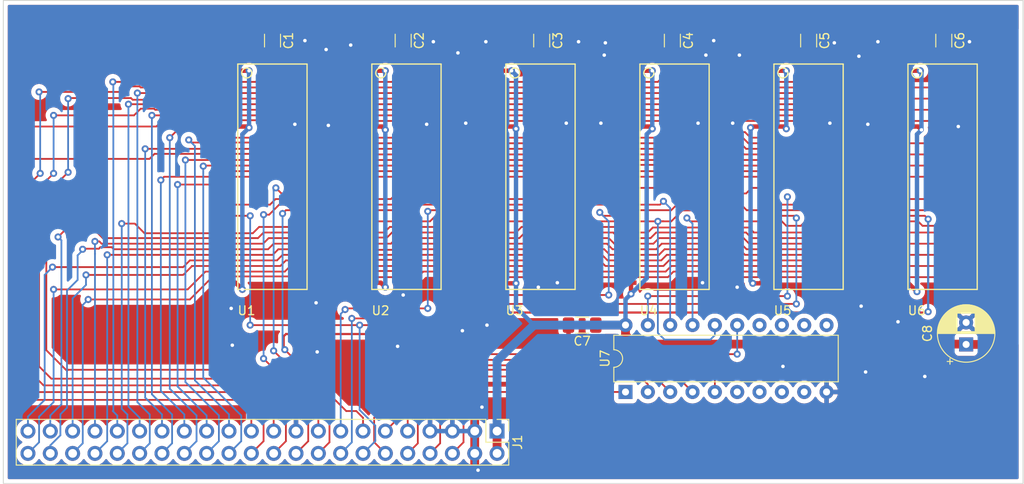
<source format=kicad_pcb>
(kicad_pcb (version 20211014) (generator pcbnew)
  (layers (0 "F.Cu" signal) (31 "B.Cu" signal) (34 "B.Paste" user) (35 "F.Paste" user) (36 "B.SilkS" user "B.Silkscreen") (37 "F.SilkS" user "F.Silkscreen") (38 "B.Mask" user) (39 "F.Mask" user) (44 "Edge.Cuts" user))
  (net 0 "")
  (net 1 "/A3")
  (net 2 "/A2")
  (net 3 "/A1")
  (net 4 "/A0")
  (net 5 "/A4")
  (net 6 "/A5")
  (net 7 "/A6")
  (net 8 "/A7")
  (net 9 "/A8")
  (net 10 "/DQ0")
  (net 11 "/DQ1")
  (net 12 "/DQ2")
  (net 13 "/DQ3")
  (net 14 "/DQ5")
  (net 15 "/DQ4")
  (net 16 "/DQ7")
  (net 17 "/DQ6")
  (net 18 "/DQ8")
  (net 19 "/DQ9")
  (net 20 "/DQ11")
  (net 21 "/DQ10")
  (net 22 "/DQ12")
  (net 23 "/DQ13")
  (net 24 "/DQ15")
  (net 25 "/DQ14")
  (net 26 "GND")
  (net 27 "/~{WE}")
  (net 28 "/~{OE}")
  (net 29 "/A23")
  (net 30 "/~{ACTH}")
  (net 31 "/A22")
  (net 32 "/A21")
  (net 33 "VCC")
  (net 34 "/~{WEL}")
  (net 35 "/~{RAS0}")
  (net 36 "/~{OEL}")
  (net 37 "/~{CAS0}")
  (net 38 "/~{CAS1}")
  (net 45 "/~{OEH}")
  (net 48 "/~{WEH}")
  (net 49 "/~{RAS1}")
  (net 50 "/~{RAS2}")
  (net 51 "/~{RAS3}")
  (footprint "SMD:SOJ-40" (layer "F.Cu") (at 194.808255 108.712 -90)
    (fp_text reference "U6")
    (fp_text value "IC41C16257")
  )
  (footprint "Connector_PinHeader_2.54mm:PinHeader_2x22_P2.54mm_Vertical" (layer "F.Cu") (at 144.023 137.663 -90)
    (fp_text reference "J1")
    (fp_text value "BLP_CONN")
  )
  (footprint "Resistor_SMD:R_1206_3216Metric_Pad1.30x1.75mm_HandSolder" (layer "F.Cu") (at 179.451 93.218 -90)
    (fp_text reference "C5")
    (fp_text value "100n")
  )
  (footprint "Resistor_SMD:R_1206_3216Metric_Pad1.30x1.75mm_HandSolder" (layer "F.Cu") (at 163.957 93.218 -90)
    (fp_text reference "C4")
    (fp_text value "100n")
  )
  (footprint "SMD:SOJ-40" (layer "F.Cu") (at 118.608255 108.712 -90)
    (fp_text reference "U1")
    (fp_text value "IC41C16257")
  )
  (footprint "Resistor_SMD:R_1206_3216Metric_Pad1.30x1.75mm_HandSolder" (layer "F.Cu") (at 153.696 125.603 180)
    (fp_text reference "C7")
    (fp_text value "100n")
  )
  (footprint "SMD:SOJ-40" (layer "F.Cu") (at 179.568255 108.712 -90)
    (fp_text reference "U5")
    (fp_text value "IC41C16257")
  )
  (footprint "Capacitor_THT:CP_Radial_D6.3mm_P2.50mm" (layer "F.Cu") (at 197.358 127.80138 90)
    (fp_text reference "C8")
    (fp_text value "100u")
  )
  (footprint "Resistor_SMD:R_1206_3216Metric_Pad1.30x1.75mm_HandSolder" (layer "F.Cu") (at 133.35 93.218 -90)
    (fp_text reference "C2")
    (fp_text value "100n")
  )
  (footprint "Resistor_SMD:R_1206_3216Metric_Pad1.30x1.75mm_HandSolder" (layer "F.Cu") (at 149.098 93.218 -90)
    (fp_text reference "C3")
    (fp_text value "100n")
  )
  (footprint "Resistor_SMD:R_1206_3216Metric_Pad1.30x1.75mm_HandSolder" (layer "F.Cu") (at 118.491 93.218 -90)
    (fp_text reference "C1")
    (fp_text value "100n")
  )
  (footprint "Package_DIP:DIP-20_W7.62mm" (layer "F.Cu") (at 158.628 133.213 90)
    (fp_text reference "U7")
    (fp_text value "GAL16V8")
  )
  (footprint "SMD:SOJ-40" (layer "F.Cu") (at 164.328255 108.712 -90)
    (fp_text reference "U4")
    (fp_text value "IC41C16257")
  )
  (footprint "SMD:SOJ-40" (layer "F.Cu") (at 133.848255 108.712 -90)
    (fp_text reference "U2")
    (fp_text value "IC41C16257")
  )
  (footprint "Resistor_SMD:R_1206_3216Metric_Pad1.30x1.75mm_HandSolder" (layer "F.Cu") (at 194.818 93.218 -90)
    (fp_text reference "C6")
    (fp_text value "100n")
  )
  (footprint "SMD:SOJ-40" (layer "F.Cu") (at 149.088255 108.712 -90)
    (fp_text reference "U3")
    (fp_text value "IC41C16257")
  )
  (gr_rect (start 87.884 88.646) (end 203.835 143.637) (layer "Edge.Cuts") (width 0.1) (fill none))
  (segment (start 182.499 118.872) (end 181.864 119.507) (width 0.2) (layer "F.Cu") (net 1))
  (segment (start 163.195 119.507) (end 156.083 119.507) (width 0.2) (layer "F.Cu") (net 1))
  (segment (start 149.86 119.507) (end 144.0925 119.507) (width 0.2) (layer "F.Cu") (net 1))
  (segment (start 113.528255 119.507) (end 119.888 119.507) (width 0.2) (layer "F.Cu") (net 1))
  (segment (start 163.83 118.872) (end 163.195 119.507) (width 0.2) (layer "F.Cu") (net 1))
  (segment (start 189.8125 119.507) (end 186.436 119.507) (width 0.2) (layer "F.Cu") (net 1))
  (segment (start 186.436 119.507) (end 185.801 118.872) (width 0.2) (layer "F.Cu") (net 1))
  (segment (start 170.815 118.872) (end 163.83 118.872) (width 0.2) (layer "F.Cu") (net 1))
  (segment (start 171.45 119.507) (end 170.815 118.872) (width 0.2) (layer "F.Cu") (net 1))
  (segment (start 185.801 118.872) (end 182.499 118.872) (width 0.2) (layer "F.Cu") (net 1))
  (segment (start 93.599 121.539) (end 108.839 121.539) (width 0.2) (layer "F.Cu") (net 1))
  (segment (start 110.871 119.507) (end 113.528255 119.507) (width 0.2) (layer "F.Cu") (net 1))
  (segment (start 140.208 118.872) (end 140.843 119.507) (width 0.2) (layer "F.Cu") (net 1))
  (segment (start 155.448 118.872) (end 150.495 118.872) (width 0.2) (layer "F.Cu") (net 1))
  (segment (start 140.843 119.507) (end 143.998509 119.507) (width 0.2) (layer "F.Cu") (net 1))
  (segment (start 134.684511 119.442489) (end 135.255 118.872) (width 0.2) (layer "F.Cu") (net 1))
  (segment (start 120.523 118.872) (end 124.841 118.872) (width 0.2) (layer "F.Cu") (net 1))
  (segment (start 150.495 118.872) (end 149.86 119.507) (width 0.2) (layer "F.Cu") (net 1))
  (segment (start 124.841 118.872) (end 125.476 119.507) (width 0.2) (layer "F.Cu") (net 1))
  (segment (start 181.864 119.507) (end 171.45 119.507) (width 0.2) (layer "F.Cu") (net 1))
  (segment (start 135.255 118.872) (end 140.208 118.872) (width 0.2) (layer "F.Cu") (net 1))
  (segment (start 156.083 119.507) (end 155.448 118.872) (width 0.2) (layer "F.Cu") (net 1))
  (segment (start 119.888 119.507) (end 120.523 118.872) (width 0.2) (layer "F.Cu") (net 1))
  (segment (start 108.839 121.539) (end 110.871 119.507) (width 0.2) (layer "F.Cu") (net 1))
  (segment (start 125.476 119.507) (end 128.768255 119.507) (width 0.2) (layer "F.Cu") (net 1))
  (segment (start 128.82302 119.442489) (end 134.684511 119.442489) (width 0.2) (layer "F.Cu") (net 1))
  (via (at 93.599 121.539) (size 0.8) (drill 0.4) (layers "F.Cu" "B.Cu") (net 1))
  (segment (start 93.599 121.539) (end 93.599 134.366) (width 0.2) (layer "B.Cu") (net 1))
  (segment (start 91.948 136.017) (end 91.948 138.938) (width 0.2) (layer "B.Cu") (net 1))
  (segment (start 91.948 138.938) (end 90.683 140.203) (width 0.2) (layer "B.Cu") (net 1))
  (segment (start 93.599 134.366) (end 91.948 136.017) (width 0.2) (layer "B.Cu") (net 1))
  (segment (start 156.591 118.237) (end 155.956 117.602) (width 0.2) (layer "F.Cu") (net 2))
  (segment (start 181.356 118.237) (end 171.958 118.237) (width 0.2) (layer "F.Cu") (net 2))
  (segment (start 125.349 117.602) (end 125.984 118.237) (width 0.2) (layer "F.Cu") (net 2))
  (segment (start 119.634 117.602) (end 125.349 117.602) (width 0.2) (layer "F.Cu") (net 2))
  (segment (start 118.999 118.237) (end 119.634 117.602) (width 0.2) (layer "F.Cu") (net 2))
  (segment (start 134.239 117.602) (end 140.716 117.602) (width 0.2) (layer "F.Cu") (net 2))
  (segment (start 113.528255 118.237) (end 118.999 118.237) (width 0.2) (layer "F.Cu") (net 2))
  (segment (start 109.093 118.237) (end 113.528255 118.237) (width 0.2) (layer "F.Cu") (net 2))
  (segment (start 181.991 117.602) (end 181.356 118.237) (width 0.2) (layer "F.Cu") (net 2))
  (segment (start 189.8125 118.237) (end 187.071 118.237) (width 0.2) (layer "F.Cu") (net 2))
  (segment (start 163.322 117.602) (end 162.687 118.237) (width 0.2) (layer "F.Cu") (net 2))
  (segment (start 171.323 117.602) (end 163.322 117.602) (width 0.2) (layer "F.Cu") (net 2))
  (segment (start 162.687 118.237) (end 156.591 118.237) (width 0.2) (layer "F.Cu") (net 2))
  (segment (start 171.958 118.237) (end 171.323 117.602) (width 0.2) (layer "F.Cu") (net 2))
  (segment (start 133.668511 118.172489) (end 134.239 117.602) (width 0.2) (layer "F.Cu") (net 2))
  (segment (start 140.716 117.602) (end 141.351 118.237) (width 0.2) (layer "F.Cu") (net 2))
  (segment (start 128.768255 118.237) (end 128.832766 118.172489) (width 0.2) (layer "F.Cu") (net 2))
  (segment (start 186.436 117.602) (end 181.991 117.602) (width 0.2) (layer "F.Cu") (net 2))
  (segment (start 125.984 118.237) (end 128.768255 118.237) (width 0.2) (layer "F.Cu") (net 2))
  (segment (start 141.351 118.237) (end 144.008255 118.237) (width 0.2) (layer "F.Cu") (net 2))
  (segment (start 149.236009 117.602) (end 148.601009 118.237) (width 0.2) (layer "F.Cu") (net 2))
  (segment (start 187.071 118.237) (end 186.436 117.602) (width 0.2) (layer "F.Cu") (net 2))
  (segment (start 148.601009 118.237) (end 144.0925 118.237) (width 0.2) (layer "F.Cu") (net 2))
  (segment (start 108.331 118.999) (end 109.093 118.237) (width 0.2) (layer "F.Cu") (net 2))
  (segment (start 155.956 117.602) (end 149.236009 117.602) (width 0.2) (layer "F.Cu") (net 2))
  (segment (start 128.832766 118.172489) (end 133.668511 118.172489) (width 0.2) (layer "F.Cu") (net 2))
  (segment (start 93.472 118.999) (end 108.331 118.999) (width 0.2) (layer "F.Cu") (net 2))
  (via (at 93.472 118.999) (size 0.8) (drill 0.4) (layers "F.Cu" "B.Cu") (net 2))
  (segment (start 93.472 118.999) (end 92.583 119.888) (width 0.2) (layer "B.Cu") (net 2))
  (segment (start 90.683 136.012) (end 90.683 137.663) (width 0.2) (layer "B.Cu") (net 2))
  (segment (start 92.583 119.888) (end 92.583 134.112) (width 0.2) (layer "B.Cu") (net 2))
  (segment (start 92.583 134.112) (end 90.683 136.012) (width 0.2) (layer "B.Cu") (net 2))
  (segment (start 133.096 116.332) (end 141.360746 116.332) (width 0.2) (layer "F.Cu") (net 3))
  (segment (start 181.483 116.332) (end 180.848 116.967) (width 0.2) (layer "F.Cu") (net 3))
  (segment (start 141.360746 116.332) (end 141.995746 116.967) (width 0.2) (layer "F.Cu") (net 3))
  (segment (start 128.768255 116.967) (end 128.832766 117.031511) (width 0.2) (layer "F.Cu") (net 3))
  (segment (start 186.9965 116.332) (end 181.483 116.332) (width 0.2) (layer "F.Cu") (net 3))
  (segment (start 113.528255 116.967) (end 117.983 116.967) (width 0.2) (layer "F.Cu") (net 3))
  (segment (start 100.43848 116.967) (end 113.528255 116.967) (width 0.2) (layer "F.Cu") (net 3))
  (segment (start 187.6315 116.967) (end 186.9965 116.332) (width 0.2) (layer "F.Cu") (net 3))
  (segment (start 141.995746 116.967) (end 144.008255 116.967) (width 0.2) (layer "F.Cu") (net 3))
  (segment (start 162.1155 116.967) (end 157.1515 116.967) (width 0.2) (layer "F.Cu") (net 3))
  (segment (start 157.1515 116.967) (end 156.5165 116.332) (width 0.2) (layer "F.Cu") (net 3))
  (segment (start 126.714255 116.967) (end 128.768255 116.967) (width 0.2) (layer "F.Cu") (net 3))
  (segment (start 126.079255 116.332) (end 126.714255 116.967) (width 0.2) (layer "F.Cu") (net 3))
  (segment (start 162.7505 116.332) (end 162.1155 116.967) (width 0.2) (layer "F.Cu") (net 3))
  (segment (start 147.447 116.967) (end 144.0925 116.967) (width 0.2) (layer "F.Cu") (net 3))
  (segment (start 96.964 116.904) (end 96.901 116.967) (width 0.2) (layer "F.Cu") (net 3))
  (segment (start 98.91448 116.73152) (end 100.203 116.73152) (width 0.2) (layer "F.Cu") (net 3))
  (segment (start 172.3915 116.967) (end 171.7565 116.332) (width 0.2) (layer "F.Cu") (net 3))
  (segment (start 132.396489 117.031511) (end 133.096 116.332) (width 0.2) (layer "F.Cu") (net 3))
  (segment (start 98.742 116.904) (end 96.964 116.904) (width 0.2) (layer "F.Cu") (net 3))
  (segment (start 117.983 116.967) (end 118.618 116.332) (width 0.2) (layer "F.Cu") (net 3))
  (segment (start 189.8125 116.967) (end 187.6315 116.967) (width 0.2) (layer "F.Cu") (net 3))
  (segment (start 118.618 116.332) (end 126.079255 116.332) (width 0.2) (layer "F.Cu") (net 3))
  (segment (start 128.832766 117.031511) (end 132.396489 117.031511) (width 0.2) (layer "F.Cu") (net 3))
  (segment (start 148.082 116.332) (end 147.447 116.967) (width 0.2) (layer "F.Cu") (net 3))
  (segment (start 100.203 116.73152) (end 100.43848 116.967) (width 0.2) (layer "F.Cu") (net 3))
  (segment (start 171.7565 116.332) (end 162.7505 116.332) (width 0.2) (layer "F.Cu") (net 3))
  (segment (start 98.742 116.904) (end 98.91448 116.73152) (width 0.2) (layer "F.Cu") (net 3))
  (segment (start 156.5165 116.332) (end 148.082 116.332) (width 0.2) (layer "F.Cu") (net 3))
  (segment (start 180.848 116.967) (end 172.3915 116.967) (width 0.2) (layer "F.Cu") (net 3))
  (via (at 96.901 116.967) (size 0.8) (drill 0.4) (layers "F.Cu" "B.Cu") (net 3))
  (segment (start 95.123 135.001) (end 95.123 121.666) (width 0.2) (layer "B.Cu") (net 3))
  (segment (start 94.372511 138.139144) (end 94.372511 135.751489) (width 0.2) (layer "B.Cu") (net 3))
  (segment (start 96.330511 120.458489) (end 96.330511 117.664489) (width 0.2) (layer "B.Cu") (net 3))
  (segment (start 93.223 140.203) (end 93.223 139.288655) (width 0.2) (layer "B.Cu") (net 3))
  (segment (start 96.330511 117.664489) (end 96.901 117.094) (width 0.2) (layer "B.Cu") (net 3))
  (segment (start 93.223 139.288655) (end 94.372511 138.139144) (width 0.2) (layer "B.Cu") (net 3))
  (segment (start 94.372511 135.751489) (end 95.123 135.001) (width 0.2) (layer "B.Cu") (net 3))
  (segment (start 96.901 117.094) (end 96.901 116.967) (width 0.2) (layer "B.Cu") (net 3))
  (segment (start 95.123 121.666) (end 96.330511 120.458489) (width 0.2) (layer "B.Cu") (net 3))
  (segment (start 157.226 115.062) (end 147.193 115.062) (width 0.2) (layer "F.Cu") (net 4))
  (segment (start 172.974 115.697) (end 172.339 115.062) (width 0.2) (layer "F.Cu") (net 4))
  (segment (start 94.742 114.935) (end 94.107 115.57) (width 0.2) (layer "F.Cu") (net 4))
  (segment (start 126.460255 115.062) (end 127.095255 115.697) (width 0.2) (layer "F.Cu") (net 4))
  (segment (start 116.84 115.697) (end 117.475 115.062) (width 0.2) (layer "F.Cu") (net 4))
  (segment (start 146.558 115.697) (end 144.0925 115.697) (width 0.2) (layer "F.Cu") (net 4))
  (segment (start 162.1155 115.062) (end 161.4805 115.697) (width 0.2) (layer "F.Cu") (net 4))
  (segment (start 180.34 115.697) (end 172.974 115.697) (width 0.2) (layer "F.Cu") (net 4))
  (segment (start 113.528255 115.697) (end 116.84 115.697) (width 0.2) (layer "F.Cu") (net 4))
  (segment (start 188.214 115.697) (end 187.579 115.062) (width 0.2) (layer "F.Cu") (net 4))
  (segment (start 98.425 114.935) (end 94.742 114.935) (width 0.2) (layer "F.Cu") (net 4))
  (segment (start 127.095255 115.697) (end 128.768255 115.697) (width 0.2) (layer "F.Cu") (net 4))
  (segment (start 147.193 115.062) (end 146.558 115.697) (width 0.2) (layer "F.Cu") (net 4))
  (segment (start 128.82302 115.632489) (end 131.509511 115.632489) (width 0.2) (layer "F.Cu") (net 4))
  (segment (start 113.528255 115.697) (end 99.187 115.697) (width 0.2) (layer "F.Cu") (net 4))
  (segment (start 161.4805 115.697) (end 157.861 115.697) (width 0.2) (layer "F.Cu") (net 4))
  (segment (start 172.339 115.062) (end 162.1155 115.062) (width 0.2) (layer "F.Cu") (net 4))
  (segment (start 141.732 115.062) (end 142.367 115.697) (width 0.2) (layer "F.Cu") (net 4))
  (segment (start 180.975 115.062) (end 180.34 115.697) (width 0.2) (layer "F.Cu") (net 4))
  (segment (start 99.187 115.697) (end 98.425 114.935) (width 0.2) (layer "F.Cu") (net 4))
  (segment (start 187.579 115.062) (end 180.975 115.062) (width 0.2) (layer "F.Cu") (net 4))
  (segment (start 131.509511 115.632489) (end 132.08 115.062) (width 0.2) (layer "F.Cu") (net 4))
  (segment (start 189.8125 115.697) (end 188.214 115.697) (width 0.2) (layer "F.Cu") (net 4))
  (segment (start 157.861 115.697) (end 157.226 115.062) (width 0.2) (layer "F.Cu") (net 4))
  (segment (start 117.475 115.062) (end 126.460255 115.062) (width 0.2) (layer "F.Cu") (net 4))
  (segment (start 142.367 115.697) (end 143.998509 115.697) (width 0.2) (layer "F.Cu") (net 4))
  (segment (start 132.08 115.062) (end 141.732 115.062) (width 0.2) (layer "F.Cu") (net 4))
  (via (at 94.107 115.57) (size 0.8) (drill 0.4) (layers "F.Cu" "B.Cu") (net 4))
  (segment (start 93.223 137.663) (end 93.223 135.885) (width 0.2) (layer "B.Cu") (net 4))
  (segment (start 93.223 135.885) (end 94.488 134.62) (width 0.2) (layer "B.Cu") (net 4))
  (segment (start 94.488 134.62) (end 94.488 115.951) (width 0.2) (layer "B.Cu") (net 4))
  (segment (start 94.488 115.951) (end 94.107 115.57) (width 0.2) (layer "B.Cu") (net 4))
  (segment (start 182.753 119.507) (end 184.422758 119.507) (width 0.2) (layer "F.Cu") (net 5))
  (segment (start 124.46 119.507) (end 125.095 120.142) (width 0.2) (layer "F.Cu") (net 5))
  (segment (start 138.575758 119.507) (end 139.954 119.507) (width 0.2) (layer "F.Cu") (net 5))
  (segment (start 164.084 119.507) (end 170.561 119.507) (width 0.2) (layer "F.Cu") (net 5))
  (segment (start 123.434255 119.507) (end 124.46 119.507) (width 0.2) (layer "F.Cu") (net 5))
  (segment (start 151.13 119.507) (end 153.815758 119.507) (width 0.2) (layer "F.Cu") (net 5))
  (segment (start 184.549758 119.507) (end 185.42 119.507) (width 0.2) (layer "F.Cu") (net 5))
  (segment (start 195.068758 119.507) (end 199.789758 119.507) (width 0.2) (layer "F.Cu") (net 5))
  (segment (start 125.095 120.142) (end 135.001 120.142) (width 0.2) (layer "F.Cu") (net 5))
  (segment (start 153.942758 119.507) (end 155.194 119.507) (width 0.2) (layer "F.Cu") (net 5))
  (segment (start 163.449 120.142) (end 164.084 119.507) (width 0.2) (layer "F.Cu") (net 5))
  (segment (start 120.477489 120.060511) (end 121.031 119.507) (width 0.2) (layer "F.Cu") (net 5))
  (segment (start 140.589 120.142) (end 150.495 120.142) (width 0.2) (layer "F.Cu") (net 5))
  (segment (start 97.536 122.682) (end 109.093 122.682) (width 0.2) (layer "F.Cu") (net 5))
  (segment (start 135.636 119.507) (end 138.674255 119.507) (width 0.2) (layer "F.Cu") (net 5))
  (segment (start 139.954 119.507) (end 140.589 120.142) (width 0.2) (layer "F.Cu") (net 5))
  (segment (start 111.714489 120.060511) (end 120.477489 120.060511) (width 0.2) (layer "F.Cu") (net 5))
  (segment (start 171.196 120.142) (end 182.118 120.142) (width 0.2) (layer "F.Cu") (net 5))
  (segment (start 150.495 120.142) (end 151.13 119.507) (width 0.2) (layer "F.Cu") (net 5))
  (segment (start 155.829 120.142) (end 163.449 120.142) (width 0.2) (layer "F.Cu") (net 5))
  (segment (start 170.561 119.507) (end 171.196 120.142) (width 0.2) (layer "F.Cu") (net 5))
  (segment (start 186.055 120.142) (end 194.433758 120.142) (width 0.2) (layer "F.Cu") (net 5))
  (segment (start 194.433758 120.142) (end 195.068758 119.507) (width 0.2) (layer "F.Cu") (net 5))
  (segment (start 155.194 119.507) (end 155.829 120.142) (width 0.2) (layer "F.Cu") (net 5))
  (segment (start 121.031 119.507) (end 123.434255 119.507) (width 0.2) (layer "F.Cu") (net 5))
  (segment (start 182.118 120.142) (end 182.753 119.507) (width 0.2) (layer "F.Cu") (net 5))
  (segment (start 185.42 119.507) (end 186.055 120.142) (width 0.2) (layer "F.Cu") (net 5))
  (segment (start 135.001 120.142) (end 135.636 119.507) (width 0.2) (layer "F.Cu") (net 5))
  (segment (start 109.093 122.682) (end 111.714489 120.060511) (width 0.2) (layer "F.Cu") (net 5))
  (via (at 97.536 122.682) (size 0.8) (drill 0.4) (layers "F.Cu" "B.Cu") (net 5))
  (segment (start 96.912511 123.963511) (end 96.901 123.952) (width 0.2) (layer "B.Cu") (net 5))
  (segment (start 96.912511 139.053489) (end 96.912511 123.963511) (width 0.2) (layer "B.Cu") (net 5))
  (segment (start 96.901 123.952) (end 96.901 123.317) (width 0.2) (layer "B.Cu") (net 5))
  (segment (start 96.901 123.317) (end 97.536 122.682) (width 0.2) (layer "B.Cu") (net 5))
  (segment (start 96.912511 139.053489) (end 95.763 140.203) (width 0.2) (layer "B.Cu") (net 5))
  (segment (start 182.245 118.237) (end 186.182 118.237) (width 0.2) (layer "F.Cu") (net 6))
  (segment (start 125.73 118.872) (end 134.112 118.872) (width 0.2) (layer "F.Cu") (net 6))
  (segment (start 163.576 118.237) (end 171.069 118.237) (width 0.2) (layer "F.Cu") (net 6))
  (segment (start 108.331 119.888) (end 109.315255 118.903745) (width 0.2) (layer "F.Cu") (net 6))
  (segment (start 134.112 118.872) (end 134.747 118.237) (width 0.2) (layer "F.Cu") (net 6))
  (segment (start 109.315255 118.872) (end 119.38 118.872) (width 0.2) (layer "F.Cu") (net 6))
  (segment (start 186.182 118.237) (end 186.817 118.872) (width 0.2) (layer "F.Cu") (net 6))
  (segment (start 134.747 118.237) (end 138.674255 118.237) (width 0.2) (layer "F.Cu") (net 6))
  (segment (start 138.702758 118.237) (end 140.462 118.237) (width 0.2) (layer "F.Cu") (net 6))
  (segment (start 181.61 118.872) (end 182.245 118.237) (width 0.2) (layer "F.Cu") (net 6))
  (segment (start 141.097 118.872) (end 149.098 118.872) (width 0.2) (layer "F.Cu") (net 6))
  (segment (start 123.434255 118.237) (end 125.095 118.237) (width 0.2) (layer "F.Cu") (net 6))
  (segment (start 194.941758 118.237) (end 199.662758 118.237) (width 0.2) (layer "F.Cu") (net 6))
  (segment (start 149.733 118.237) (end 155.702 118.237) (width 0.2) (layer "F.Cu") (net 6))
  (segment (start 125.095 118.237) (end 125.73 118.872) (width 0.2) (layer "F.Cu") (net 6))
  (segment (start 149.098 118.872) (end 149.733 118.237) (width 0.2) (layer "F.Cu") (net 6))
  (segment (start 155.702 118.237) (end 156.337 118.872) (width 0.2) (layer "F.Cu") (net 6))
  (segment (start 186.817 118.872) (end 194.306758 118.872) (width 0.2) (layer "F.Cu") (net 6))
  (segment (start 156.337 118.872) (end 162.941 118.872) (width 0.2) (layer "F.Cu") (net 6))
  (segment (start 120.015 118.237) (end 123.434255 118.237) (width 0.2) (layer "F.Cu") (net 6))
  (segment (start 162.941 118.872) (end 163.576 118.237) (width 0.2) (layer "F.Cu") (net 6))
  (segment (start 194.306758 118.872) (end 194.941758 118.237) (width 0.2) (layer "F.Cu") (net 6))
  (segment (start 140.462 118.237) (end 141.097 118.872) (width 0.2) (layer "F.Cu") (net 6))
  (segment (start 119.38 118.872) (end 120.015 118.237) (width 0.2) (layer "F.Cu") (net 6))
  (segment (start 109.315255 118.903745) (end 109.315255 118.872) (width 0.2) (layer "F.Cu") (net 6))
  (segment (start 171.069 118.237) (end 171.704 118.872) (width 0.2) (layer "F.Cu") (net 6))
  (segment (start 171.704 118.872) (end 181.61 118.872) (width 0.2) (layer "F.Cu") (net 6))
  (segment (start 97.282 119.888) (end 108.331 119.888) (width 0.2) (layer "F.Cu") (net 6))
  (via (at 97.282 119.888) (size 0.8) (drill 0.4) (layers "F.Cu" "B.Cu") (net 6))
  (segment (start 97.282 121.031) (end 97.282 119.888) (width 0.2) (layer "B.Cu") (net 6))
  (segment (start 95.763 137.663) (end 95.763 122.55) (width 0.2) (layer "B.Cu") (net 6))
  (segment (start 95.763 122.55) (end 97.282 121.031) (width 0.2) (layer "B.Cu") (net 6))
  (segment (start 119.151261 116.967) (end 123.434255 116.967) (width 0.2) (layer "F.Cu") (net 7))
  (segment (start 181.737 116.967) (end 186.69 116.967) (width 0.2) (layer "F.Cu") (net 7))
  (segment (start 118.51475 117.603511) (end 119.151261 116.967) (width 0.2) (layer "F.Cu") (net 7))
  (segment (start 156.845 117.602) (end 162.433 117.602) (width 0.2) (layer "F.Cu") (net 7))
  (segment (start 194.306758 117.602) (end 194.941758 116.967) (width 0.2) (layer "F.Cu") (net 7))
  (segment (start 181.102 117.602) (end 181.737 116.967) (width 0.2) (layer "F.Cu") (net 7))
  (segment (start 125.73 116.967) (end 126.365 117.602) (width 0.2) (layer "F.Cu") (net 7))
  (segment (start 186.69 116.967) (end 187.325 117.602) (width 0.2) (layer "F.Cu") (net 7))
  (segment (start 123.434255 116.967) (end 125.73 116.967) (width 0.2) (layer "F.Cu") (net 7))
  (segment (start 141.605 117.602) (end 148.080379 117.602) (width 0.2) (layer "F.Cu") (net 7))
  (segment (start 126.365 117.602) (end 132.969 117.602) (width 0.2) (layer "F.Cu") (net 7))
  (segment (start 171.577 116.967) (end 172.212 117.602) (width 0.2) (layer "F.Cu") (net 7))
  (segment (start 148.080379 117.602) (end 148.715379 116.967) (width 0.2) (layer "F.Cu") (net 7))
  (segment (start 187.325 117.602) (end 194.306758 117.602) (width 0.2) (layer "F.Cu") (net 7))
  (segment (start 99.693489 117.602011) (end 99.6935 117.602) (width 0.2) (layer "F.Cu") (net 7))
  (segment (start 156.21 116.967) (end 156.845 117.602) (width 0.2) (layer "F.Cu") (net 7))
  (segment (start 99.693489 117.603511) (end 118.51475 117.603511) (width 0.2) (layer "F.Cu") (net 7))
  (segment (start 140.97 116.967) (end 141.605 117.602) (width 0.2) (layer "F.Cu") (net 7))
  (segment (start 194.941758 116.967) (end 199.662758 116.967) (width 0.2) (layer "F.Cu") (net 7))
  (segment (start 99.693489 117.603511) (end 99.693489 117.602011) (width 0.2) (layer "F.Cu") (net 7))
  (segment (start 162.433 117.602) (end 163.068 116.967) (width 0.2) (layer "F.Cu") (net 7))
  (segment (start 138.702758 116.967) (end 140.97 116.967) (width 0.2) (layer "F.Cu") (net 7))
  (segment (start 133.604 116.967) (end 138.674255 116.967) (width 0.2) (layer "F.Cu") (net 7))
  (segment (start 132.969 117.602) (end 133.604 116.967) (width 0.2) (layer "F.Cu") (net 7))
  (segment (start 172.212 117.602) (end 181.102 117.602) (width 0.2) (layer "F.Cu") (net 7))
  (segment (start 148.715379 116.967) (end 156.21 116.967) (width 0.2) (layer "F.Cu") (net 7))
  (segment (start 163.068 116.967) (end 171.577 116.967) (width 0.2) (layer "F.Cu") (net 7))
  (via (at 99.6935 117.602) (size 0.8) (drill 0.4) (layers "F.Cu" "B.Cu") (net 7))
  (segment (start 99.693489 138.812511) (end 98.303 140.203) (width 0.2) (layer "B.Cu") (net 7))
  (segment (start 99.693489 117.603511) (end 99.693489 138.812511) (width 0.2) (layer "B.Cu") (net 7))
  (segment (start 99.695 117.602) (end 99.693489 117.603511) (width 0.2) (layer "B.Cu") (net 7))
  (segment (start 123.434255 115.697) (end 126.333255 115.697) (width 0.2) (layer "F.Cu") (net 8))
  (segment (start 162.433 115.697) (end 172.054876 115.697) (width 0.2) (layer "F.Cu") (net 8))
  (segment (start 126.968255 116.332) (end 131.953 116.332) (width 0.2) (layer "F.Cu") (net 8))
  (segment (start 117.42413 116.332) (end 118.05913 115.697) (width 0.2) (layer "F.Cu") (net 8))
  (segment (start 99.06 116.332) (end 117.42413 116.332) (width 0.2) (layer "F.Cu") (net 8))
  (segment (start 126.333255 115.697) (end 126.968255 116.332) (width 0.2) (layer "F.Cu") (net 8))
  (segment (start 157.353 116.332) (end 161.798 116.332) (width 0.2) (layer "F.Cu") (net 8))
  (segment (start 138.702758 115.697) (end 141.605 115.697) (width 0.2) (layer "F.Cu") (net 8))
  (segment (start 147.574 115.697) (end 156.718 115.697) (width 0.2) (layer "F.Cu") (net 8))
  (segment (start 194.941758 115.697) (end 199.662758 115.697) (width 0.2) (layer "F.Cu") (net 8))
  (segment (start 131.953 116.332) (end 132.588 115.697) (width 0.2) (layer "F.Cu") (net 8))
  (segment (start 172.689876 116.332) (end 180.594 116.332) (width 0.2) (layer "F.Cu") (net 8))
  (segment (start 156.718 115.697) (end 157.353 116.332) (width 0.2) (layer "F.Cu") (net 8))
  (segment (start 142.24 116.332) (end 146.939 116.332) (width 0.2) (layer "F.Cu") (net 8))
  (segment (start 194.306758 116.332) (end 194.941758 115.697) (width 0.2) (layer "F.Cu") (net 8))
  (segment (start 98.298 116.078) (end 98.806 116.078) (width 0.2) (layer "F.Cu") (net 8))
  (segment (start 161.798 116.332) (end 162.433 115.697) (width 0.2) (layer "F.Cu") (net 8))
  (segment (start 141.605 115.697) (end 142.24 116.332) (width 0.2) (layer "F.Cu") (net 8))
  (segment (start 172.054876 115.697) (end 172.689876 116.332) (width 0.2) (layer "F.Cu") (net 8))
  (segment (start 187.96 116.332) (end 194.306758 116.332) (width 0.2) (layer "F.Cu") (net 8))
  (segment (start 146.939 116.332) (end 147.574 115.697) (width 0.2) (layer "F.Cu") (net 8))
  (segment (start 132.588 115.697) (end 138.674255 115.697) (width 0.2) (layer "F.Cu") (net 8))
  (segment (start 98.806 116.078) (end 99.06 116.332) (width 0.2) (layer "F.Cu") (net 8))
  (segment (start 118.05913 115.697) (end 123.434255 115.697) (width 0.2) (layer "F.Cu") (net 8))
  (segment (start 187.325 115.697) (end 187.96 116.332) (width 0.2) (layer "F.Cu") (net 8))
  (segment (start 180.594 116.332) (end 181.229 115.697) (width 0.2) (layer "F.Cu") (net 8))
  (segment (start 181.229 115.697) (end 187.325 115.697) (width 0.2) (layer "F.Cu") (net 8))
  (via (at 98.298 116.078) (size 0.8) (drill 0.4) (layers "F.Cu" "B.Cu") (net 8))
  (segment (start 98.303 117.48) (end 98.303 137.663) (width 0.2) (layer "B.Cu") (net 8))
  (segment (start 98.298 116.078) (end 98.303 117.48) (width 0.2) (layer "B.Cu") (net 8))
  (segment (start 158.242 115.062) (end 161.163 115.062) (width 0.2) (layer "F.Cu") (net 9))
  (segment (start 138.702758 114.427) (end 142.113 114.427) (width 0.2) (layer "F.Cu") (net 9))
  (segment (start 194.941758 114.427) (end 199.662758 114.427) (width 0.2) (layer "F.Cu") (net 9))
  (segment (start 103.931511 115.143489) (end 116.250511 115.143489) (width 0.2) (layer "F.Cu") (net 9))
  (segment (start 123.434255 114.427) (end 126.873 114.427) (width 0.2) (layer "F.Cu") (net 9))
  (segment (start 131.191 115.062) (end 131.826 114.427) (width 0.2) (layer "F.Cu") (net 9))
  (segment (start 161.733489 114.491511) (end 172.657511 114.491511) (width 0.2) (layer "F.Cu") (net 9))
  (segment (start 131.826 114.427) (end 138.674255 114.427) (width 0.2) (layer "F.Cu") (net 9))
  (segment (start 102.834022 114.046) (end 103.931511 115.143489) (width 0.2) (layer "F.Cu") (net 9))
  (segment (start 194.306758 115.062) (end 194.941758 114.427) (width 0.2) (layer "F.Cu") (net 9))
  (segment (start 157.607 114.427) (end 158.242 115.062) (width 0.2) (layer "F.Cu") (net 9))
  (segment (start 101.346 114.046) (end 102.834022 114.046) (width 0.2) (layer "F.Cu") (net 9))
  (segment (start 116.250511 115.143489) (end 116.967 114.427) (width 0.2) (layer "F.Cu") (net 9))
  (segment (start 172.657511 114.491511) (end 173.228 115.062) (width 0.2) (layer "F.Cu") (net 9))
  (segment (start 116.967 114.427) (end 123.434255 114.427) (width 0.2) (layer "F.Cu") (net 9))
  (segment (start 188.468 115.062) (end 194.306758 115.062) (width 0.2) (layer "F.Cu") (net 9))
  (segment (start 142.113 114.427) (end 142.748 115.062) (width 0.2) (layer "F.Cu") (net 9))
  (segment (start 187.833 114.427) (end 188.468 115.062) (width 0.2) (layer "F.Cu") (net 9))
  (segment (start 161.163 115.062) (end 161.733489 114.491511) (width 0.2) (layer "F.Cu") (net 9))
  (segment (start 127.508 115.062) (end 131.191 115.062) (width 0.2) (layer "F.Cu") (net 9))
  (segment (start 173.228 115.062) (end 180.086 115.062) (width 0.2) (layer "F.Cu") (net 9))
  (segment (start 126.873 114.427) (end 127.508 115.062) (width 0.2) (layer "F.Cu") (net 9))
  (segment (start 180.086 115.062) (end 180.721 114.427) (width 0.2) (layer "F.Cu") (net 9))
  (segment (start 180.721 114.427) (end 187.833 114.427) (width 0.2) (layer "F.Cu") (net 9))
  (segment (start 146.177 115.062) (end 146.812 114.427) (width 0.2) (layer "F.Cu") (net 9))
  (segment (start 146.812 114.427) (end 157.607 114.427) (width 0.2) (layer "F.Cu") (net 9))
  (segment (start 142.748 115.062) (end 146.177 115.062) (width 0.2) (layer "F.Cu") (net 9))
  (via (at 101.346 114.046) (size 0.8) (drill 0.4) (layers "F.Cu" "B.Cu") (net 9))
  (segment (start 101.346 135.128) (end 101.992511 135.774511) (width 0.2) (layer "B.Cu") (net 9))
  (segment (start 101.346 114.046) (end 101.346 135.128) (width 0.2) (layer "B.Cu") (net 9))
  (segment (start 101.992511 139.053489) (end 100.843 140.203) (width 0.2) (layer "B.Cu") (net 9))
  (segment (start 101.992511 135.774511) (end 101.992511 139.053489) (width 0.2) (layer "B.Cu") (net 9))
  (segment (start 100.33 97.917) (end 113.528255 97.917) (width 0.2) (layer "F.Cu") (net 10))
  (segment (start 159.248255 97.917) (end 162.306 97.917) (width 0.2) (layer "F.Cu") (net 10))
  (segment (start 158.115 97.917) (end 159.248255 97.917) (width 0.2) (layer "F.Cu") (net 10))
  (segment (start 177.8 97.917) (end 178.435 97.282) (width 0.2) (layer "F.Cu") (net 10))
  (segment (start 147.113628 97.917) (end 147.748628 97.282) (width 0.2) (layer "F.Cu") (net 10))
  (segment (start 147.748628 97.282) (end 157.48 97.282) (width 0.2) (layer "F.Cu") (net 10))
  (segment (start 126.873 97.282) (end 127.508 97.917) (width 0.2) (layer "F.Cu") (net 10))
  (segment (start 142.367 97.282) (end 143.002 97.917) (width 0.2) (layer "F.Cu") (net 10))
  (segment (start 173.355 97.917) (end 174.488255 97.917) (width 0.2) (layer "F.Cu") (net 10))
  (segment (start 116.586 97.917) (end 117.221 97.282) (width 0.2) (layer "F.Cu") (net 10))
  (segment (start 162.941 97.282) (end 172.72 97.282) (width 0.2) (layer "F.Cu") (net 10))
  (segment (start 188.833127 97.917) (end 189.728255 97.917) (width 0.2) (layer "F.Cu") (net 10))
  (segment (start 117.221 97.282) (end 126.873 97.282) (width 0.2) (layer "F.Cu") (net 10))
  (segment (start 178.435 97.282) (end 188.198127 97.282) (width 0.2) (layer "F.Cu") (net 10))
  (segment (start 132.08 97.917) (end 132.715 97.282) (width 0.2) (layer "F.Cu") (net 10))
  (segment (start 172.72 97.282) (end 173.355 97.917) (width 0.2) (layer "F.Cu") (net 10))
  (segment (start 144.008255 97.917) (end 147.113628 97.917) (width 0.2) (layer "F.Cu") (net 10))
  (segment (start 132.715 97.282) (end 142.367 97.282) (width 0.2) (layer "F.Cu") (net 10))
  (segment (start 128.895255 97.917) (end 132.08 97.917) (width 0.2) (layer "F.Cu") (net 10))
  (segment (start 113.528255 97.917) (end 116.586 97.917) (width 0.2) (layer "F.Cu") (net 10))
  (segment (start 174.488255 97.917) (end 177.8 97.917) (width 0.2) (layer "F.Cu") (net 10))
  (segment (start 162.306 97.917) (end 162.941 97.282) (width 0.2) (layer "F.Cu") (net 10))
  (segment (start 127.508 97.917) (end 128.768255 97.917) (width 0.2) (layer "F.Cu") (net 10))
  (segment (start 157.48 97.282) (end 158.115 97.917) (width 0.2) (layer "F.Cu") (net 10))
  (segment (start 143.002 97.917) (end 144.135255 97.917) (width 0.2) (layer "F.Cu") (net 10))
  (segment (start 188.198127 97.282) (end 188.833127 97.917) (width 0.2) (layer "F.Cu") (net 10))
  (via (at 100.33 97.917) (size 0.8) (drill 0.4) (layers "F.Cu" "B.Cu") (net 10))
  (segment (start 100.393 135.319) (end 100.393 97.98) (width 0.2) (layer "B.Cu") (net 10))
  (segment (start 100.33 135.382) (end 100.393 135.319) (width 0.2) (layer "B.Cu") (net 10))
  (segment (start 100.393 97.98) (end 100.33 97.917) (width 0.2) (layer "B.Cu") (net 10))
  (segment (start 100.843 137.663) (end 100.843 135.895) (width 0.2) (layer "B.Cu") (net 10))
  (segment (start 100.843 135.895) (end 100.33 135.382) (width 0.2) (layer "B.Cu") (net 10))
  (segment (start 157.607 99.187) (end 156.972 98.552) (width 0.2) (layer "F.Cu") (net 11))
  (segment (start 103.124 99.187) (end 113.528255 99.187) (width 0.2) (layer "F.Cu") (net 11))
  (segment (start 132.953127 99.187) (end 133.588127 98.552) (width 0.2) (layer "F.Cu") (net 11))
  (segment (start 156.972 98.552) (end 148.463 98.552) (width 0.2) (layer "F.Cu") (net 11))
  (segment (start 163.491127 98.552) (end 172.085 98.552) (width 0.2) (layer "F.Cu") (net 11))
  (segment (start 172.72 99.187) (end 178.435 99.187) (width 0.2) (layer "F.Cu") (net 11))
  (segment (start 179.07 98.552) (end 187.706 98.552) (width 0.2) (layer "F.Cu") (net 11))
  (segment (start 142.24 99.187) (end 144.008255 99.187) (width 0.2) (layer "F.Cu") (net 11))
  (segment (start 113.528255 99.187) (end 117.348 99.187) (width 0.2) (layer "F.Cu") (net 11))
  (segment (start 147.828 99.187) (end 144.008255 99.187) (width 0.2) (layer "F.Cu") (net 11))
  (segment (start 126.365 98.552) (end 127 99.187) (width 0.2) (layer "F.Cu") (net 11))
  (segment (start 128.768255 99.187) (end 132.953127 99.187) (width 0.2) (layer "F.Cu") (net 11))
  (segment (start 178.435 99.187) (end 179.07 98.552) (width 0.2) (layer "F.Cu") (net 11))
  (segment (start 148.463 98.552) (end 147.828 99.187) (width 0.2) (layer "F.Cu") (net 11))
  (segment (start 187.706 98.552) (end 188.341 99.187) (width 0.2) (layer "F.Cu") (net 11))
  (segment (start 159.248255 99.187) (end 157.607 99.187) (width 0.2) (layer "F.Cu") (net 11))
  (segment (start 159.237255 99.187) (end 162.856127 99.187) (width 0.2) (layer "F.Cu") (net 11))
  (segment (start 133.588127 98.552) (end 141.605 98.552) (width 0.2) (layer "F.Cu") (net 11))
  (segment (start 127 99.187) (end 128.768255 99.187) (width 0.2) (layer "F.Cu") (net 11))
  (segment (start 172.085 98.552) (end 172.72 99.187) (width 0.2) (layer "F.Cu") (net 11))
  (segment (start 162.856127 99.187) (end 163.491127 98.552) (width 0.2) (layer "F.Cu") (net 11))
  (segment (start 117.348 99.187) (end 117.983 98.552) (width 0.2) (layer "F.Cu") (net 11))
  (segment (start 117.983 98.552) (end 126.365 98.552) (width 0.2) (layer "F.Cu") (net 11))
  (segment (start 188.341 99.187) (end 189.717255 99.187) (width 0.2) (layer "F.Cu") (net 11))
  (segment (start 141.605 98.552) (end 142.24 99.187) (width 0.2) (layer "F.Cu") (net 11))
  (via (at 103.124 99.187) (size 0.8) (drill 0.4) (layers "F.Cu" "B.Cu") (net 11))
  (segment (start 104.532511 135.774511) (end 103.124 134.366) (width 0.2) (layer "B.Cu") (net 11))
  (segment (start 103.383 140.203) (end 104.532511 139.053489) (width 0.2) (layer "B.Cu") (net 11))
  (segment (start 104.532511 139.053489) (end 104.532511 135.774511) (width 0.2) (layer "B.Cu") (net 11))
  (segment (start 103.124 134.366) (end 103.124 99.187) (width 0.2) (layer "B.Cu") (net 11))
  (segment (start 134.493 99.822) (end 141.224 99.822) (width 0.2) (layer "F.Cu") (net 12))
  (segment (start 113.528255 100.457) (end 117.983 100.457) (width 0.2) (layer "F.Cu") (net 12))
  (segment (start 102.108 100.457) (end 113.528255 100.457) (width 0.2) (layer "F.Cu") (net 12))
  (segment (start 179.874128 99.822) (end 187.198 99.822) (width 0.2) (layer "F.Cu") (net 12))
  (segment (start 187.833 100.457) (end 189.717255 100.457) (width 0.2) (layer "F.Cu") (net 12))
  (segment (start 172.212 100.457) (end 179.239128 100.457) (width 0.2) (layer "F.Cu") (net 12))
  (segment (start 156.5165 99.822) (end 149.236009 99.822) (width 0.2) (layer "F.Cu") (net 12))
  (segment (start 126.238 100.457) (end 128.768255 100.457) (width 0.2) (layer "F.Cu") (net 12))
  (segment (start 187.198 99.822) (end 187.833 100.457) (width 0.2) (layer "F.Cu") (net 12))
  (segment (start 118.618 99.822) (end 125.603 99.822) (width 0.2) (layer "F.Cu") (net 12))
  (segment (start 148.601009 100.457) (end 144.0925 100.457) (width 0.2) (layer "F.Cu") (net 12))
  (segment (start 157.1515 100.457) (end 156.5165 99.822) (width 0.2) (layer "F.Cu") (net 12))
  (segment (start 179.239128 100.457) (end 179.874128 99.822) (width 0.2) (layer "F.Cu") (net 12))
  (segment (start 141.224 99.822) (end 141.859 100.457) (width 0.2) (layer "F.Cu") (net 12))
  (segment (start 163.554627 100.457) (end 164.189627 99.822) (width 0.2) (layer "F.Cu") (net 12))
  (segment (start 125.603 99.822) (end 126.238 100.457) (width 0.2) (layer "F.Cu") (net 12))
  (segment (start 133.858 100.457) (end 134.493 99.822) (width 0.2) (layer "F.Cu") (net 12))
  (segment (start 128.768255 100.457) (end 133.858 100.457) (width 0.2) (layer "F.Cu") (net 12))
  (segment (start 141.859 100.457) (end 144.008255 100.457) (width 0.2) (layer "F.Cu") (net 12))
  (segment (start 164.189627 99.822) (end 171.577 99.822) (width 0.2) (layer "F.Cu") (net 12))
  (segment (start 159.3325 100.457) (end 157.1515 100.457) (width 0.2) (layer "F.Cu") (net 12))
  (segment (start 171.577 99.822) (end 172.212 100.457) (width 0.2) (layer "F.Cu") (net 12))
  (segment (start 117.983 100.457) (end 118.618 99.822) (width 0.2) (layer "F.Cu") (net 12))
  (segment (start 159.237255 100.457) (end 163.554627 100.457) (width 0.2) (layer "F.Cu") (net 12))
  (segment (start 149.236009 99.822) (end 148.601009 100.457) (width 0.2) (layer "F.Cu") (net 12))
  (via (at 102.108 100.457) (size 0.8) (drill 0.4) (layers "F.Cu" "B.Cu") (net 12))
  (segment (start 103.383 136.149) (end 102.108 134.874) (width 0.2) (layer "B.Cu") (net 12))
  (segment (start 102.108 134.874) (end 102.108 100.457) (width 0.2) (layer "B.Cu") (net 12))
  (segment (start 103.383 137.663) (end 103.383 136.149) (width 0.2) (layer "B.Cu") (net 12))
  (segment (start 159.3325 101.727) (end 156.718 101.727) (width 0.2) (layer "F.Cu") (net 13))
  (segment (start 164.719 101.727) (end 165.354 101.092) (width 0.2) (layer "F.Cu") (net 13))
  (segment (start 180.975 101.092) (end 186.69 101.092) (width 0.2) (layer "F.Cu") (net 13))
  (segment (start 119.221255 101.092) (end 124.841 101.092) (width 0.2) (layer "F.Cu") (net 13))
  (segment (start 159.237255 101.727) (end 164.719 101.727) (width 0.2) (layer "F.Cu") (net 13))
  (segment (start 187.325 101.727) (end 189.717255 101.727) (width 0.2) (layer "F.Cu") (net 13))
  (segment (start 150.241 101.092) (end 149.606 101.727) (width 0.2) (layer "F.Cu") (net 13))
  (segment (start 124.841 101.092) (end 125.476 101.727) (width 0.2) (layer "F.Cu") (net 13))
  (segment (start 171.196 101.092) (end 171.831 101.727) (width 0.2) (layer "F.Cu") (net 13))
  (segment (start 104.775 101.727) (end 113.528255 101.727) (width 0.2) (layer "F.Cu") (net 13))
  (segment (start 135.509 101.092) (end 140.97 101.092) (width 0.2) (layer "F.Cu") (net 13))
  (segment (start 141.605 101.727) (end 144.008255 101.727) (width 0.2) (layer "F.Cu") (net 13))
  (segment (start 149.606 101.727) (end 144.0925 101.727) (width 0.2) (layer "F.Cu") (net 13))
  (segment (start 180.34 101.727) (end 180.975 101.092) (width 0.2) (layer "F.Cu") (net 13))
  (segment (start 134.874 101.727) (end 135.509 101.092) (width 0.2) (layer "F.Cu") (net 13))
  (segment (start 113.528255 101.727) (end 118.586255 101.727) (width 0.2) (layer "F.Cu") (net 13))
  (segment (start 156.083 101.092) (end 150.241 101.092) (width 0.2) (layer "F.Cu") (net 13))
  (segment (start 186.69 101.092) (end 187.325 101.727) (width 0.2) (layer "F.Cu") (net 13))
  (segment (start 171.831 101.727) (end 180.34 101.727) (width 0.2) (layer "F.Cu") (net 13))
  (segment (start 156.718 101.727) (end 156.083 101.092) (width 0.2) (layer "F.Cu") (net 13))
  (segment (start 165.354 101.092) (end 171.196 101.092) (width 0.2) (layer "F.Cu") (net 13))
  (segment (start 125.476 101.727) (end 128.768255 101.727) (width 0.2) (layer "F.Cu") (net 13))
  (segment (start 128.768255 101.727) (end 134.874 101.727) (width 0.2) (layer "F.Cu") (net 13))
  (segment (start 118.586255 101.727) (end 119.221255 101.092) (width 0.2) (layer "F.Cu") (net 13))
  (segment (start 140.97 101.092) (end 141.605 101.727) (width 0.2) (layer "F.Cu") (net 13))
  (via (at 104.775 101.727) (size 0.8) (drill 0.4) (layers "F.Cu" "B.Cu") (net 13))
  (segment (start 104.775 133.477) (end 104.775 101.727) (width 0.2) (layer "B.Cu") (net 13))
  (segment (start 105.923 140.203) (end 107.072511 139.053489) (width 0.2) (layer "B.Cu") (net 13))
  (segment (start 107.072511 139.053489) (end 107.072511 135.774511) (width 0.2) (layer "B.Cu") (net 13))
  (segment (start 107.072511 135.774511) (end 104.775 133.477) (width 0.2) (layer "B.Cu") (net 13))
  (segment (start 187.198 104.902) (end 187.833 105.537) (width 0.2) (layer "F.Cu") (net 14))
  (segment (start 128.768255 105.537) (end 133.858 105.537) (width 0.2) (layer "F.Cu") (net 14))
  (segment (start 104.013 105.537) (end 113.528255 105.537) (width 0.2) (layer "F.Cu") (net 14))
  (segment (start 134.493 104.902) (end 141.605 104.902) (width 0.2) (layer "F.Cu") (net 14))
  (segment (start 178.181 105.537) (end 178.816 104.902) (width 0.2) (layer "F.Cu") (net 14))
  (segment (start 157.607 105.537) (end 156.972 104.902) (width 0.2) (layer "F.Cu") (net 14))
  (segment (start 148.59 104.902) (end 147.955 105.537) (width 0.2) (layer "F.Cu") (net 14))
  (segment (start 117.983 104.902) (end 126.365 104.902) (width 0.2) (layer "F.Cu") (net 14))
  (segment (start 141.605 104.902) (end 142.24 105.537) (width 0.2) (layer "F.Cu") (net 14))
  (segment (start 163.068 105.537) (end 163.703 104.902) (width 0.2) (layer "F.Cu") (net 14))
  (segment (start 171.704 104.902) (end 172.339 105.537) (width 0.2) (layer "F.Cu") (net 14))
  (segment (start 172.339 105.537) (end 178.181 105.537) (width 0.2) (layer "F.Cu") (net 14))
  (segment (start 159.3325 105.537) (end 157.607 105.537) (width 0.2) (layer "F.Cu") (net 14))
  (segment (start 156.972 104.902) (end 148.59 104.902) (width 0.2) (layer "F.Cu") (net 14))
  (segment (start 147.955 105.537) (end 144.0925 105.537) (width 0.2) (layer "F.Cu") (net 14))
  (segment (start 187.833 105.537) (end 189.717255 105.537) (width 0.2) (layer "F.Cu") (net 14))
  (segment (start 113.528255 105.537) (end 117.348 105.537) (width 0.2) (layer "F.Cu") (net 14))
  (segment (start 133.858 105.537) (end 134.493 104.902) (width 0.2) (layer "F.Cu") (net 14))
  (segment (start 163.703 104.902) (end 171.704 104.902) (width 0.2) (layer "F.Cu") (net 14))
  (segment (start 178.816 104.902) (end 187.198 104.902) (width 0.2) (layer "F.Cu") (net 14))
  (segment (start 127 105.537) (end 128.768255 105.537) (width 0.2) (layer "F.Cu") (net 14))
  (segment (start 159.237255 105.537) (end 163.068 105.537) (width 0.2) (layer "F.Cu") (net 14))
  (segment (start 142.24 105.537) (end 144.008255 105.537) (width 0.2) (layer "F.Cu") (net 14))
  (segment (start 117.348 105.537) (end 117.983 104.902) (width 0.2) (layer "F.Cu") (net 14))
  (segment (start 126.365 104.902) (end 127 105.537) (width 0.2) (layer "F.Cu") (net 14))
  (via (at 104.013 105.537) (size 0.8) (drill 0.4) (layers "F.Cu" "B.Cu") (net 14))
  (segment (start 105.923 135.768) (end 104.14 133.985) (width 0.2) (layer "B.Cu") (net 14))
  (segment (start 104.013 133.858) (end 104.013 105.537) (width 0.2) (layer "B.Cu") (net 14))
  (segment (start 104.14 133.985) (end 104.013 133.858) (width 0.2) (layer "B.Cu") (net 14))
  (segment (start 105.923 137.663) (end 105.923 135.768) (width 0.2) (layer "B.Cu") (net 14))
  (segment (start 107.569 103.505) (end 109.855 103.505) (width 0.2) (layer "F.Cu") (net 15))
  (segment (start 132.842 104.267) (end 133.477 103.632) (width 0.2) (layer "F.Cu") (net 15))
  (segment (start 177.673 104.267) (end 178.308 103.632) (width 0.2) (layer "F.Cu") (net 15))
  (segment (start 127.0635 103.632) (end 127.6985 104.267) (width 0.2) (layer "F.Cu") (net 15))
  (segment (start 147.193 104.267) (end 144.049745 104.267) (width 0.2) (layer "F.Cu") (net 15))
  (segment (start 110.617 104.267) (end 113.528255 104.267) (width 0.2) (layer "F.Cu") (net 15))
  (segment (start 116.459 104.267) (end 117.094 103.632) (width 0.2) (layer "F.Cu") (net 15))
  (segment (start 159.289745 104.267) (end 158.315877 104.267) (width 0.2) (layer "F.Cu") (net 15))
  (segment (start 178.308 103.632) (end 187.96 103.632) (width 0.2) (layer "F.Cu") (net 15))
  (segment (start 142.24 103.632) (end 142.875 104.267) (width 0.2) (layer "F.Cu") (net 15))
  (segment (start 128.768255 104.267) (end 132.842 104.267) (width 0.2) (layer "F.Cu") (net 15))
  (segment (start 172.847 104.267) (end 174.477255 104.267) (width 0.2) (layer "F.Cu") (net 15))
  (segment (start 117.094 103.632) (end 127.0635 103.632) (width 0.2) (layer "F.Cu") (net 15))
  (segment (start 187.96 103.632) (end 188.595 104.267) (width 0.2) (layer "F.Cu") (net 15))
  (segment (start 127.6985 104.267) (end 128.768255 104.267) (width 0.2) (layer "F.Cu") (net 15))
  (segment (start 109.855 103.505) (end 110.617 104.267) (width 0.2) (layer "F.Cu") (net 15))
  (segment (start 163.195 103.632) (end 172.212 103.632) (width 0.2) (layer "F.Cu") (net 15))
  (segment (start 157.680877 103.632) (end 147.828 103.632) (width 0.2) (layer "F.Cu") (net 15))
  (segment (start 174.350255 104.267) (end 177.673 104.267) (width 0.2) (layer "F.Cu") (net 15))
  (segment (start 147.828 103.632) (end 147.193 104.267) (width 0.2) (layer "F.Cu") (net 15))
  (segment (start 172.212 103.632) (end 172.847 104.267) (width 0.2) (layer "F.Cu") (net 15))
  (segment (start 113.528255 104.267) (end 116.459 104.267) (width 0.2) (layer "F.Cu") (net 15))
  (segment (start 142.875 104.267) (end 144.008255 104.267) (width 0.2) (layer "F.Cu") (net 15))
  (segment (start 159.237255 104.267) (end 162.56 104.267) (width 0.2) (layer "F.Cu") (net 15))
  (segment (start 106.807 104.267) (end 107.569 103.505) (width 0.2) (layer "F.Cu") (net 15))
  (segment (start 162.56 104.267) (end 163.195 103.632) (width 0.2) (layer "F.Cu") (net 15))
  (segment (start 133.477 103.632) (end 142.24 103.632) (width 0.2) (layer "F.Cu") (net 15))
  (segment (start 158.315877 104.267) (end 157.680877 103.632) (width 0.2) (layer "F.Cu") (net 15))
  (segment (start 188.595 104.267) (end 189.590255 104.267) (width 0.2) (layer "F.Cu") (net 15))
  (via (at 106.807 104.267) (size 0.8) (drill 0.4) (layers "F.Cu" "B.Cu") (net 15))
  (segment (start 106.807 132.842) (end 106.807 104.267) (width 0.2) (layer "B.Cu") (net 15))
  (segment (start 109.853489 138.812511) (end 109.853489 135.888489) (width 0.2) (layer "B.Cu") (net 15))
  (segment (start 108.463 140.203) (end 109.853489 138.812511) (width 0.2) (layer "B.Cu") (net 15))
  (segment (start 109.853489 135.888489) (end 106.807 132.842) (width 0.2) (layer "B.Cu") (net 15))
  (segment (start 159.237255 108.077) (end 164.592 108.077) (width 0.2) (layer "F.Cu") (net 16))
  (segment (start 113.528255 108.077) (end 119.253 108.077) (width 0.2) (layer "F.Cu") (net 16))
  (segment (start 180.213 107.442) (end 186.055 107.442) (width 0.2) (layer "F.Cu") (net 16))
  (segment (start 112.014 108.077) (end 113.528255 108.077) (width 0.2) (layer "F.Cu") (net 16))
  (segment (start 111.379 108.712) (end 112.014 108.077) (width 0.2) (layer "F.Cu") (net 16))
  (segment (start 106.172 108.712) (end 111.379 108.712) (width 0.2) (layer "F.Cu") (net 16))
  (segment (start 119.253 108.077) (end 119.888 107.442) (width 0.2) (layer "F.Cu") (net 16))
  (segment (start 179.578 108.077) (end 180.213 107.442) (width 0.2) (layer "F.Cu") (net 16))
  (segment (start 140.843 108.077) (end 144.008255 108.077) (width 0.2) (layer "F.Cu") (net 16))
  (segment (start 159.3325 108.077) (end 156.337 108.077) (width 0.2) (layer "F.Cu") (net 16))
  (segment (start 105.791 109.093) (end 106.172 108.712) (width 0.2) (layer "F.Cu") (net 16))
  (segment (start 186.055 107.442) (end 186.69 108.077) (width 0.2) (layer "F.Cu") (net 16))
  (segment (start 171.323 108.077) (end 179.578 108.077) (width 0.2) (layer "F.Cu") (net 16))
  (segment (start 186.69 108.077) (end 189.717255 108.077) (width 0.2) (layer "F.Cu") (net 16))
  (segment (start 136.525 107.442) (end 140.208 107.442) (width 0.2) (layer "F.Cu") (net 16))
  (segment (start 128.768255 108.077) (end 135.89 108.077) (width 0.2) (layer "F.Cu") (net 16))
  (segment (start 140.208 107.442) (end 140.843 108.077) (width 0.2) (layer "F.Cu") (net 16))
  (segment (start 125.476 108.077) (end 128.768255 108.077) (width 0.2) (layer "F.Cu") (net 16))
  (segment (start 119.888 107.442) (end 124.841 107.442) (width 0.2) (layer "F.Cu") (net 16))
  (segment (start 165.227 107.442) (end 170.688 107.442) (width 0.2) (layer "F.Cu") (net 16))
  (segment (start 150.622 107.442) (end 149.987 108.077) (width 0.2) (layer "F.Cu") (net 16))
  (segment (start 170.688 107.442) (end 171.323 108.077) (width 0.2) (layer "F.Cu") (net 16))
  (segment (start 135.89 108.077) (end 136.525 107.442) (width 0.2) (layer "F.Cu") (net 16))
  (segment (start 164.592 108.077) (end 165.227 107.442) (width 0.2) (layer "F.Cu") (net 16))
  (segment (start 124.841 107.442) (end 125.476 108.077) (width 0.2) (layer "F.Cu") (net 16))
  (segment (start 149.987 108.077) (end 144.0925 108.077) (width 0.2) (layer "F.Cu") (net 16))
  (segment (start 155.702 107.442) (end 156.337 108.077) (width 0.2) (layer "F.Cu") (net 16))
  (segment (start 155.702 107.442) (end 150.622 107.442) (width 0.2) (layer "F.Cu") (net 16))
  (via (at 105.791 109.093) (size 0.8) (drill 0.4) (layers "F.Cu" "B.Cu") (net 16))
  (segment (start 105.791 109.093) (end 105.791 133.096) (width 0.2) (layer "B.Cu") (net 16))
  (segment (start 108.463 135.768) (end 108.463 137.663) (width 0.2) (layer "B.Cu") (net 16))
  (segment (start 105.791 133.096) (end 108.463 135.768) (width 0.2) (layer "B.Cu") (net 16))
  (segment (start 164.422255 106.172) (end 171.196 106.172) (width 0.2) (layer "F.Cu") (net 17))
  (segment (start 125.603 106.172) (end 126.238 106.807) (width 0.2) (layer "F.Cu") (net 17))
  (segment (start 108.585 106.807) (end 113.528255 106.807) (width 0.2) (layer "F.Cu") (net 17))
  (segment (start 187.198 106.807) (end 189.717255 106.807) (width 0.2) (layer "F.Cu") (net 17))
  (segment (start 178.816 106.807) (end 179.451 106.172) (width 0.2) (layer "F.Cu") (net 17))
  (segment (start 118.237 106.807) (end 118.872 106.172) (width 0.2) (layer "F.Cu") (net 17))
  (segment (start 179.451 106.172) (end 186.563 106.172) (width 0.2) (layer "F.Cu") (net 17))
  (segment (start 163.787255 106.807) (end 164.422255 106.172) (width 0.2) (layer "F.Cu") (net 17))
  (segment (start 171.196 106.172) (end 171.831 106.807) (width 0.2) (layer "F.Cu") (net 17))
  (segment (start 135.509 106.172) (end 141.097 106.172) (width 0.2) (layer "F.Cu") (net 17))
  (segment (start 186.563 106.172) (end 187.198 106.807) (width 0.2) (layer "F.Cu") (net 17))
  (segment (start 118.872 106.172) (end 125.603 106.172) (width 0.2) (layer "F.Cu") (net 17))
  (segment (start 159.237255 106.807) (end 163.787255 106.807) (width 0.2) (layer "F.Cu") (net 17))
  (segment (start 157.1515 106.807) (end 159.3325 106.807) (width 0.2) (layer "F.Cu") (net 17))
  (segment (start 134.874 106.807) (end 135.509 106.172) (width 0.2) (layer "F.Cu") (net 17))
  (segment (start 156.5165 106.172) (end 157.1515 106.807) (width 0.2) (layer "F.Cu") (net 17))
  (segment (start 113.528255 106.807) (end 118.237 106.807) (width 0.2) (layer "F.Cu") (net 17))
  (segment (start 126.238 106.807) (end 128.768255 106.807) (width 0.2) (layer "F.Cu") (net 17))
  (segment (start 148.971 106.807) (end 149.606 106.172) (width 0.2) (layer "F.Cu") (net 17))
  (segment (start 141.097 106.172) (end 141.732 106.807) (width 0.2) (layer "F.Cu") (net 17))
  (segment (start 144.0925 106.807) (end 148.971 106.807) (width 0.2) (layer "F.Cu") (net 17))
  (segment (start 149.606 106.172) (end 156.5165 106.172) (width 0.2) (layer "F.Cu") (net 17))
  (segment (start 128.768255 106.807) (end 134.874 106.807) (width 0.2) (layer "F.Cu") (net 17))
  (segment (start 171.831 106.807) (end 178.816 106.807) (width 0.2) (layer "F.Cu") (net 17))
  (segment (start 141.732 106.807) (end 144.008255 106.807) (width 0.2) (layer "F.Cu") (net 17))
  (via (at 108.585 106.807) (size 0.8) (drill 0.4) (layers "F.Cu" "B.Cu") (net 17))
  (segment (start 108.585 132.08) (end 108.585 106.807) (width 0.2) (layer "B.Cu") (net 17))
  (segment (start 112.393489 135.888489) (end 108.585 132.08) (width 0.2) (layer "B.Cu") (net 17))
  (segment (start 111.003 140.203) (end 112.393489 138.812511) (width 0.2) (layer "B.Cu") (net 17))
  (segment (start 112.393489 138.812511) (end 112.393489 135.888489) (width 0.2) (layer "B.Cu") (net 17))
  (segment (start 123.434255 108.077) (end 120.269 108.077) (width 0.2) (layer "F.Cu") (net 18))
  (segment (start 139.954 108.077) (end 140.589 108.712) (width 0.2) (layer "F.Cu") (net 18))
  (segment (start 153.966755 108.077) (end 155.067 108.077) (width 0.2) (layer "F.Cu") (net 18))
  (segment (start 186.436 108.712) (end 194.256255 108.712) (width 0.2) (layer "F.Cu") (net 18))
  (segment (start 150.495 108.712) (end 151.13 108.077) (width 0.2) (layer "F.Cu") (net 18))
  (segment (start 138.702758 108.077) (end 139.954 108.077) (width 0.2) (layer "F.Cu") (net 18))
  (segment (start 151.13 108.077) (end 153.942758 108.077) (width 0.2) (layer "F.Cu") (net 18))
  (segment (start 171.069 108.712) (end 179.959 108.712) (width 0.2) (layer "F.Cu") (net 18))
  (segment (start 136.271 108.712) (end 136.906 108.077) (width 0.2) (layer "F.Cu") (net 18))
  (segment (start 164.973 108.712) (end 165.608 108.077) (width 0.2) (layer "F.Cu") (net 18))
  (segment (start 123.335758 108.077) (end 124.46 108.077) (width 0.2) (layer "F.Cu") (net 18))
  (segment (start 180.594 108.077) (end 184.319755 108.077) (width 0.2) (layer "F.Cu") (net 18))
  (segment (start 140.589 108.712) (end 150.495 108.712) (width 0.2) (layer "F.Cu") (net 18))
  (segment (start 125.095 108.712) (end 136.271 108.712) (width 0.2) (layer "F.Cu") (net 18))
  (segment (start 185.801 108.077) (end 186.436 108.712) (width 0.2) (layer "F.Cu") (net 18))
  (segment (start 179.959 108.712) (end 180.594 108.077) (width 0.2) (layer "F.Cu") (net 18))
  (segment (start 194.891255 108.077) (end 199.612255 108.077) (width 0.2) (layer "F.Cu") (net 18))
  (segment (start 165.608 108.077) (end 169.206755 108.077) (width 0.2) (layer "F.Cu") (net 18))
  (segment (start 155.702 108.712) (end 164.973 108.712) (width 0.2) (layer "F.Cu") (net 18))
  (segment (start 194.256255 108.712) (end 194.891255 108.077) (width 0.2) (layer "F.Cu") (net 18))
  (segment (start 111.506 109.601) (end 107.696 109.601) (width 0.2) (layer "F.Cu") (net 18))
  (segment (start 112.395 108.712) (end 111.506 109.601) (width 0.2) (layer "F.Cu") (net 18))
  (segment (start 119.634 108.712) (end 112.395 108.712) (width 0.2) (layer "F.Cu") (net 18))
  (segment (start 170.434 108.077) (end 171.069 108.712) (width 0.2) (layer "F.Cu") (net 18))
  (segment (start 169.079755 108.077) (end 170.434 108.077) (width 0.2) (layer "F.Cu") (net 18))
  (segment (start 120.269 108.077) (end 119.634 108.712) (width 0.2) (layer "F.Cu") (net 18))
  (segment (start 124.46 108.077) (end 125.095 108.712) (width 0.2) (layer "F.Cu") (net 18))
  (segment (start 155.067 108.077) (end 155.702 108.712) (width 0.2) (layer "F.Cu") (net 18))
  (segment (start 136.906 108.077) (end 138.575758 108.077) (width 0.2) (layer "F.Cu") (net 18))
  (segment (start 184.372255 108.077) (end 185.801 108.077) (width 0.2) (layer "F.Cu") (net 18))
  (via (at 107.696 109.601) (size 0.8) (drill 0.4) (layers "F.Cu" "B.Cu") (net 18))
  (segment (start 107.696 132.588) (end 111.003 135.895) (width 0.2) (layer "B.Cu") (net 18))
  (segment (start 107.696 109.601) (end 107.696 132.588) (width 0.2) (layer "B.Cu") (net 18))
  (segment (start 111.003 135.895) (end 111.003 137.663) (width 0.2) (layer "B.Cu") (net 18))
  (segment (start 186.944 107.442) (end 194.256255 107.442) (width 0.2) (layer "F.Cu") (net 19))
  (segment (start 194.256255 107.442) (end 194.891255 106.807) (width 0.2) (layer "F.Cu") (net 19))
  (segment (start 149.479 107.442) (end 150.114 106.807) (width 0.2) (layer "F.Cu") (net 19))
  (segment (start 164.846 106.807) (end 169.079755 106.807) (width 0.2) (layer "F.Cu") (net 19))
  (segment (start 179.207378 107.442) (end 179.842378 106.807) (width 0.2) (layer "F.Cu") (net 19))
  (segment (start 184.372255 106.807) (end 186.309 106.807) (width 0.2) (layer "F.Cu") (net 19))
  (segment (start 140.716 106.807) (end 141.351 107.442) (width 0.2) (layer "F.Cu") (net 19))
  (segment (start 169.206755 106.807) (end 170.942 106.807) (width 0.2) (layer "F.Cu") (net 19))
  (segment (start 179.842378 106.807) (end 184.446755 106.807) (width 0.2) (layer "F.Cu") (net 19))
  (segment (start 150.114 106.807) (end 153.942758 106.807) (width 0.2) (layer "F.Cu") (net 19))
  (segment (start 119.38 106.807) (end 123.434255 106.807) (width 0.2) (layer "F.Cu") (net 19))
  (segment (start 125.222 106.807) (end 125.857 107.442) (width 0.2) (layer "F.Cu") (net 19))
  (segment (start 156.21 106.807) (end 156.763511 107.360511) (width 0.2) (layer "F.Cu") (net 19))
  (segment (start 153.839755 106.807) (end 156.21 106.807) (width 0.2) (layer "F.Cu") (net 19))
  (segment (start 164.292489 107.360511) (end 164.846 106.807) (width 0.2) (layer "F.Cu") (net 19))
  (segment (start 125.857 107.442) (end 135.382 107.442) (width 0.2) (layer "F.Cu") (net 19))
  (segment (start 118.745 107.442) (end 119.38 106.807) (width 0.2) (layer "F.Cu") (net 19))
  (segment (start 110.617 107.5065) (end 110.6815 107.442) (width 0.2) (layer "F.Cu") (net 19))
  (segment (start 194.891255 106.807) (end 199.612255 106.807) (width 0.2) (layer "F.Cu") (net 19))
  (segment (start 110.6815 107.442) (end 118.745 107.442) (width 0.2) (layer "F.Cu") (net 19))
  (segment (start 123.462758 106.807) (end 125.222 106.807) (width 0.2) (layer "F.Cu") (net 19))
  (segment (start 156.763511 107.360511) (end 164.292489 107.360511) (width 0.2) (layer "F.Cu") (net 19))
  (segment (start 170.942 106.807) (end 171.577 107.442) (width 0.2) (layer "F.Cu") (net 19))
  (segment (start 186.309 106.807) (end 186.944 107.442) (width 0.2) (layer "F.Cu") (net 19))
  (segment (start 136.017 106.807) (end 140.716 106.807) (width 0.2) (layer "F.Cu") (net 19))
  (segment (start 171.577 107.442) (end 179.207378 107.442) (width 0.2) (layer "F.Cu") (net 19))
  (segment (start 135.382 107.442) (end 136.017 106.807) (width 0.2) (layer "F.Cu") (net 19))
  (segment (start 141.351 107.442) (end 149.479 107.442) (width 0.2) (layer "F.Cu") (net 19))
  (via (at 110.617 107.5065) (size 0.8) (drill 0.4) (layers "F.Cu" "B.Cu") (net 19))
  (segment (start 110.617 131.572) (end 110.617 107.442) (width 0.2) (layer "B.Cu") (net 19))
  (segment (start 114.933489 135.888489) (end 110.617 131.572) (width 0.2) (layer "B.Cu") (net 19))
  (segment (start 110.617 107.442) (end 110.617 107.5065) (width 0.2) (layer "B.Cu") (net 19))
  (segment (start 114.933489 138.812511) (end 114.933489 135.888489) (width 0.2) (layer "B.Cu") (net 19))
  (segment (start 113.543 140.203) (end 114.933489 138.812511) (width 0.2) (layer "B.Cu") (net 19))
  (segment (start 187.579 104.267) (end 188.214 104.902) (width 0.2) (layer "F.Cu") (net 20))
  (segment (start 172.593 104.902) (end 177.927 104.902) (width 0.2) (layer "F.Cu") (net 20))
  (segment (start 142.621 104.902) (end 147.508879 104.902) (width 0.2) (layer "F.Cu") (net 20))
  (segment (start 116.921489 104.820511) (end 117.475 104.267) (width 0.2) (layer "F.Cu") (net 20))
  (segment (start 163.449 104.267) (end 171.958 104.267) (width 0.2) (layer "F.Cu") (net 20))
  (segment (start 126.746 104.267) (end 127.381 104.902) (width 0.2) (layer "F.Cu") (net 20))
  (segment (start 194.891255 104.267) (end 199.612255 104.267) (width 0.2) (layer "F.Cu") (net 20))
  (segment (start 188.214 104.902) (end 194.256255 104.902) (width 0.2) (layer "F.Cu") (net 20))
  (segment (start 153.966755 104.267) (end 157.353 104.267) (width 0.2) (layer "F.Cu") (net 20))
  (segment (start 147.508879 104.902) (end 148.143879 104.267) (width 0.2) (layer "F.Cu") (net 20))
  (segment (start 141.986 104.267) (end 142.621 104.902) (width 0.2) (layer "F.Cu") (net 20))
  (segment (start 194.256255 104.902) (end 194.891255 104.267) (width 0.2) (layer "F.Cu") (net 20))
  (segment (start 138.702758 104.267) (end 141.986 104.267) (width 0.2) (layer "F.Cu") (net 20))
  (segment (start 117.475 104.267) (end 123.434255 104.267) (width 0.2) (layer "F.Cu") (net 20))
  (segment (start 162.814 104.902) (end 163.449 104.267) (width 0.2) (layer "F.Cu") (net 20))
  (segment (start 127.381 104.902) (end 133.318255 104.902) (width 0.2) (layer "F.Cu") (net 20))
  (segment (start 171.958 104.267) (end 172.593 104.902) (width 0.2) (layer "F.Cu") (net 20))
  (segment (start 157.353 104.267) (end 157.988 104.902) (width 0.2) (layer "F.Cu") (net 20))
  (segment (start 148.143879 104.267) (end 153.942758 104.267) (width 0.2) (layer "F.Cu") (net 20))
  (segment (start 184.372255 104.267) (end 187.579 104.267) (width 0.2) (layer "F.Cu") (net 20))
  (segment (start 109.265511 104.820511) (end 116.921489 104.820511) (width 0.2) (layer "F.Cu") (net 20))
  (segment (start 108.966 104.521) (end 109.265511 104.820511) (width 0.2) (layer "F.Cu") (net 20))
  (segment (start 123.434255 104.267) (end 126.746 104.267) (width 0.2) (layer "F.Cu") (net 20))
  (segment (start 133.953255 104.267) (end 138.674255 104.267) (width 0.2) (layer "F.Cu") (net 20))
  (segment (start 178.562 104.267) (end 184.446755 104.267) (width 0.2) (layer "F.Cu") (net 20))
  (segment (start 177.927 104.902) (end 178.562 104.267) (width 0.2) (layer "F.Cu") (net 20))
  (segment (start 157.988 104.902) (end 162.814 104.902) (width 0.2) (layer "F.Cu") (net 20))
  (segment (start 133.318255 104.902) (end 133.953255 104.267) (width 0.2) (layer "F.Cu") (net 20))
  (via (at 108.966 104.521) (size 0.8) (drill 0.4) (layers "F.Cu" "B.Cu") (net 20))
  (segment (start 113.543 135.768) (end 109.6645 131.8895) (width 0.2) (layer "B.Cu") (net 20))
  (segment (start 109.6645 131.8895) (end 109.6645 105.2195) (width 0.2) (layer "B.Cu") (net 20))
  (segment (start 113.543 137.663) (end 113.543 135.768) (width 0.2) (layer "B.Cu") (net 20))
  (segment (start 109.6645 105.2195) (end 108.966 104.521) (width 0.2) (layer "B.Cu") (net 20))
  (segment (start 153.839755 105.537) (end 156.718 105.537) (width 0.2) (layer "F.Cu") (net 21))
  (segment (start 171.45 105.537) (end 172.085 106.172) (width 0.2) (layer "F.Cu") (net 21))
  (segment (start 91.313 133.223) (end 90.551 132.461) (width 0.2) (layer "F.Cu") (net 21))
  (segment (start 116.083 140.203) (end 117.473489 138.812511) (width 0.2) (layer "F.Cu") (net 21))
  (segment (start 157.353 106.172) (end 163.449 106.172) (width 0.2) (layer "F.Cu") (net 21))
  (segment (start 118.376631 105.537) (end 123.434255 105.537) (width 0.2) (layer "F.Cu") (net 21))
  (segment (start 164.084 105.537) (end 169.079755 105.537) (width 0.2) (layer "F.Cu") (net 21))
  (segment (start 148.463 106.172) (end 149.098 105.537) (width 0.2) (layer "F.Cu") (net 21))
  (segment (start 156.718 105.537) (end 157.353 106.172) (width 0.2) (layer "F.Cu") (net 21))
  (segment (start 169.206755 105.537) (end 171.45 105.537) (width 0.2) (layer "F.Cu") (net 21))
  (segment (start 179.07 105.537) (end 184.446755 105.537) (width 0.2) (layer "F.Cu") (net 21))
  (segment (start 186.960249 105.537) (end 187.595249 106.172) (width 0.2) (layer "F.Cu") (net 21))
  (segment (start 172.085 106.172) (end 178.435 106.172) (width 0.2) (layer "F.Cu") (net 21))
  (segment (start 194.891255 105.537) (end 199.612255 105.537) (width 0.2) (layer "F.Cu") (net 21))
  (segment (start 126.657249 106.172) (end 134.366 106.172) (width 0.2) (layer "F.Cu") (net 21))
  (segment (start 117.473489 138.812511) (end 117.473489 135.380489) (width 0.2) (layer "F.Cu") (net 21))
  (segment (start 117.806142 106.107489) (end 118.376631 105.537) (width 0.2) (layer "F.Cu") (net 21))
  (segment (start 141.290752 105.537) (end 141.925752 106.172) (width 0.2) (layer "F.Cu") (net 21))
  (segment (start 194.256255 106.172) (end 194.891255 105.537) (width 0.2) (layer "F.Cu") (net 21))
  (segment (start 123.462758 105.537) (end 126.022249 105.537) (width 0.2) (layer "F.Cu") (net 21))
  (segment (start 141.925752 106.172) (end 148.463 106.172) (width 0.2) (layer "F.Cu") (net 21))
  (segment (start 105.072969 106.107489) (end 117.806142 106.107489) (width 0.2) (layer "F.Cu") (net 21))
  (segment (start 90.551 132.461) (end 90.551 107.442) (width 0.2) (layer "F.Cu") (net 21))
  (segment (start 178.435 106.172) (end 179.07 105.537) (width 0.2) (layer "F.Cu") (net 21))
  (segment (start 90.551 107.442) (end 91.313 106.68) (width 0.2) (layer "F.Cu") (net 21))
  (segment (start 163.449 106.172) (end 164.084 105.537) (width 0.2) (layer "F.Cu") (net 21))
  (segment (start 134.366 106.172) (end 135.001 105.537) (width 0.2) (layer "F.Cu") (net 21))
  (segment (start 126.022249 105.537) (end 126.657249 106.172) (width 0.2) (layer "F.Cu") (net 21))
  (segment (start 135.001 105.537) (end 141.290752 105.537) (width 0.2) (layer "F.Cu") (net 21))
  (segment (start 104.500458 106.68) (end 105.072969 106.107489) (width 0.2) (layer "F.Cu") (net 21))
  (segment (start 115.316 133.223) (end 91.313 133.223) (width 0.2) (layer "F.Cu") (net 21))
  (segment (start 187.595249 106.172) (end 194.256255 106.172) (width 0.2) (layer "F.Cu") (net 21))
  (segment (start 91.313 106.68) (end 104.500458 106.68) (width 0.2) (layer "F.Cu") (net 21))
  (segment (start 117.473489 135.380489) (end 115.316 133.223) (width 0.2) (layer "F.Cu") (net 21))
  (segment (start 184.372255 105.537) (end 186.960249 105.537) (width 0.2) (layer "F.Cu") (net 21))
  (segment (start 149.098 105.537) (end 153.942758 105.537) (width 0.2) (layer "F.Cu") (net 21))
  (segment (start 90.551 134.112) (end 89.789 133.35) (width 0.2) (layer "F.Cu") (net 22))
  (segment (start 140.716 101.727) (end 141.351 102.362) (width 0.2) (layer "F.Cu") (net 22))
  (segment (start 171.685874 102.362) (end 180.848 102.362) (width 0.2) (layer "F.Cu") (net 22))
  (segment (start 194.256255 102.362) (end 194.891255 101.727) (width 0.2) (layer "F.Cu") (net 22))
  (segment (start 155.956 101.727) (end 156.591 102.362) (width 0.2) (layer "F.Cu") (net 22))
  (segment (start 150.114 102.362) (end 150.749 101.727) (width 0.2) (layer "F.Cu") (net 22))
  (segment (start 119.634 101.727) (end 123.434255 101.727) (width 0.2) (layer "F.Cu") (net 22))
  (segment (start 125.322259 102.362) (end 135.255 102.362) (width 0.2) (layer "F.Cu") (net 22))
  (segment (start 141.351 102.362) (end 150.114 102.362) (width 0.2) (layer "F.Cu") (net 22))
  (segment (start 119.080489 102.280511) (end 119.634 101.727) (width 0.2) (layer "F.Cu") (net 22))
  (segment (start 156.591 102.362) (end 165.354 102.362) (width 0.2) (layer "F.Cu") (net 22))
  (segment (start 135.255 102.362) (end 135.89 101.727) (width 0.2) (layer "F.Cu") (net 22))
  (segment (start 105.283 102.997) (end 105.999489 102.280511) (width 0.2) (layer "F.Cu") (net 22))
  (segment (start 116.083 135.26) (end 114.935 134.112) (width 0.2) (layer "F.Cu") (net 22))
  (segment (start 124.687259 101.727) (end 125.322259 102.362) (width 0.2) (layer "F.Cu") (net 22))
  (segment (start 153.966755 101.727) (end 155.956 101.727) (width 0.2) (layer "F.Cu") (net 22))
  (segment (start 194.891255 101.727) (end 199.612255 101.727) (width 0.2) (layer "F.Cu") (net 22))
  (segment (start 138.702758 101.727) (end 140.716 101.727) (width 0.2) (layer "F.Cu") (net 22))
  (segment (start 180.848 102.362) (end 181.483 101.727) (width 0.2) (layer "F.Cu") (net 22))
  (segment (start 165.354 102.362) (end 165.989 101.727) (width 0.2) (layer "F.Cu") (net 22))
  (segment (start 150.749 101.727) (end 153.942758 101.727) (width 0.2) (layer "F.Cu") (net 22))
  (segment (start 89.789 104.267) (end 91.059 102.997) (width 0.2) (layer "F.Cu") (net 22))
  (segment (start 181.483 101.727) (end 184.446755 101.727) (width 0.2) (layer "F.Cu") (net 22))
  (segment (start 165.989 101.727) (end 171.050874 101.727) (width 0.2) (layer "F.Cu") (net 22))
  (segment (start 184.372255 101.727) (end 186.436 101.727) (width 0.2) (layer "F.Cu") (net 22))
  (segment (start 89.789 133.35) (end 89.789 104.267) (width 0.2) (layer "F.Cu") (net 22))
  (segment (start 171.050874 101.727) (end 171.685874 102.362) (width 0.2) (layer "F.Cu") (net 22))
  (segment (start 123.364261 101.727) (end 124.687259 101.727) (width 0.2) (layer "F.Cu") (net 22))
  (segment (start 105.999489 102.280511) (end 119.080489 102.280511) (width 0.2) (layer "F.Cu") (net 22))
  (segment (start 114.935 134.112) (end 90.551 134.112) (width 0.2) (layer "F.Cu") (net 22))
  (segment (start 135.89 101.727) (end 138.604261 101.727) (width 0.2) (layer "F.Cu") (net 22))
  (segment (start 186.436 101.727) (end 187.071 102.362) (width 0.2) (layer "F.Cu") (net 22))
  (segment (start 91.059 102.997) (end 105.283 102.997) (width 0.2) (layer "F.Cu") (net 22))
  (segment (start 116.083 137.663) (end 116.083 135.26) (width 0.2) (layer "F.Cu") (net 22))
  (segment (start 187.071 102.362) (end 194.256255 102.362) (width 0.2) (layer "F.Cu") (net 22))
  (segment (start 153.966755 100.457) (end 156.318874 100.457) (width 0.2) (layer "F.Cu") (net 23))
  (segment (start 172.085 101.092) (end 179.832 101.092) (width 0.2) (layer "F.Cu") (net 23))
  (segment (start 105.156 101.092) (end 118.389261 101.092) (width 0.2) (layer "F.Cu") (net 23))
  (segment (start 134.366 101.092) (end 135.001 100.457) (width 0.2) (layer "F.Cu") (net 23))
  (segment (start 93.599 101.727) (end 102.743 101.727) (width 0.2) (layer "F.Cu") (net 23))
  (segment (start 179.832 101.092) (end 180.467 100.457) (width 0.2) (layer "F.Cu") (net 23))
  (segment (start 123.364261 100.457) (end 125.222 100.457) (width 0.2) (layer "F.Cu") (net 23))
  (segment (start 138.702758 100.457) (end 141.097 100.457) (width 0.2) (layer "F.Cu") (net 23))
  (segment (start 91.948 130.302) (end 91.948 109.982) (width 0.2) (layer "F.Cu") (net 23))
  (segment (start 105.029 100.965) (end 105.156 101.092) (width 0.2) (layer "F.Cu") (net 23))
  (segment (start 125.222 100.457) (end 125.857 101.092) (width 0.2) (layer "F.Cu") (net 23))
  (segment (start 116.586 131.699) (end 93.345 131.699) (width 0.2) (layer "F.Cu") (net 23))
  (segment (start 93.345 131.699) (end 91.948 130.302) (width 0.2) (layer "F.Cu") (net 23))
  (segment (start 156.953874 101.092) (end 164.084 101.092) (width 0.2) (layer "F.Cu") (net 23))
  (segment (start 184.372255 100.457) (end 186.960249 100.457) (width 0.2) (layer "F.Cu") (net 23))
  (segment (start 194.256255 101.092) (end 194.891255 100.457) (width 0.2) (layer "F.Cu") (net 23))
  (segment (start 194.891255 100.457) (end 199.612255 100.457) (width 0.2) (layer "F.Cu") (net 23))
  (segment (start 118.623 140.203) (end 120.013489 138.812511) (width 0.2) (layer "F.Cu") (net 23))
  (segment (start 120.013489 138.812511) (end 120.013489 135.126489) (width 0.2) (layer "F.Cu") (net 23))
  (segment (start 103.505 100.965) (end 105.029 100.965) (width 0.2) (layer "F.Cu") (net 23))
  (segment (start 135.001 100.457) (end 138.604261 100.457) (width 0.2) (layer "F.Cu") (net 23))
  (segment (start 187.595249 101.092) (end 194.256255 101.092) (width 0.2) (layer "F.Cu") (net 23))
  (segment (start 141.732 101.092) (end 149.098 101.092) (width 0.2) (layer "F.Cu") (net 23))
  (segment (start 164.084 101.092) (end 164.719 100.457) (width 0.2) (layer "F.Cu") (net 23))
  (segment (start 118.389261 101.092) (end 119.024261 100.457) (width 0.2) (layer "F.Cu") (net 23))
  (segment (start 180.467 100.457) (end 184.446755 100.457) (width 0.2) (layer "F.Cu") (net 23))
  (segment (start 171.45 100.457) (end 172.085 101.092) (width 0.2) (layer "F.Cu") (net 23))
  (segment (start 120.013489 135.126489) (end 116.586 131.699) (width 0.2) (layer "F.Cu") (net 23))
  (segment (start 164.719 100.457) (end 171.45 100.457) (width 0.2) (layer "F.Cu") (net 23))
  (segment (start 186.960249 100.457) (end 187.595249 101.092) (width 0.2) (layer "F.Cu") (net 23))
  (segment (start 156.318874 100.457) (end 156.953874 101.092) (width 0.2) (layer "F.Cu") (net 23))
  (segment (start 91.948 109.982) (end 93.599 108.331) (width 0.2) (layer "F.Cu") (net 23))
  (segment (start 125.857 101.092) (end 134.366 101.092) (width 0.2) (layer "F.Cu") (net 23))
  (segment (start 149.733 100.457) (end 153.942758 100.457) (width 0.2) (layer "F.Cu") (net 23))
  (segment (start 149.098 101.092) (end 149.733 100.457) (width 0.2) (layer "F.Cu") (net 23))
  (segment (start 102.743 101.727) (end 103.505 100.965) (width 0.2) (layer "F.Cu") (net 23))
  (segment (start 141.097 100.457) (end 141.732 101.092) (width 0.2) (layer "F.Cu") (net 23))
  (segment (start 119.024261 100.457) (end 123.434255 100.457) (width 0.2) (layer "F.Cu") (net 23))
  (via (at 93.599 108.331) (size 0.8) (drill 0.4) (layers "F.Cu" "B.Cu") (net 23))
  (via (at 93.599 101.727) (size 0.8) (drill 0.4) (layers "F.Cu" "B.Cu") (net 23))
  (segment (start 93.599 108.331) (end 93.599 101.727) (width 0.2) (layer "B.Cu") (net 23))
  (segment (start 142.621 98.552) (end 147.508879 98.552) (width 0.2) (layer "F.Cu") (net 24))
  (segment (start 147.508879 98.552) (end 148.143879 97.917) (width 0.2) (layer "F.Cu") (net 24))
  (segment (start 178.064378 98.552) (end 178.699378 97.917) (width 0.2) (layer "F.Cu") (net 24))
  (segment (start 101.6 99.06) (end 102.235 98.425) (width 0.2) (layer "F.Cu") (net 24))
  (segment (start 195.018255 97.917) (end 199.739255 97.917) (width 0.2) (layer "F.Cu") (net 24))
  (segment (start 163.195 97.917) (end 172.466 97.917) (width 0.2) (layer "F.Cu") (net 24))
  (segment (start 178.699378 97.917) (end 184.446755 97.917) (width 0.2) (layer "F.Cu") (net 24))
  (segment (start 103.378 98.425) (end 103.505 98.552) (width 0.2) (layer "F.Cu") (net 24))
  (segment (start 138.702758 97.917) (end 141.986 97.917) (width 0.2) (layer "F.Cu") (net 24))
  (segment (start 173.101 98.552) (end 178.064378 98.552) (width 0.2) (layer "F.Cu") (net 24))
  (segment (start 102.235 98.425) (end 103.378 98.425) (width 0.2) (layer "F.Cu") (net 24))
  (segment (start 115.824 132.461) (end 92.456 132.461) (width 0.2) (layer "F.Cu") (net 24))
  (segment (start 132.461 98.552) (end 133.096 97.917) (width 0.2) (layer "F.Cu") (net 24))
  (segment (start 162.56 98.552) (end 163.195 97.917) (width 0.2) (layer "F.Cu") (net 24))
  (segment (start 91.313 130.556) (end 91.313 109.093) (width 0.2) (layer "F.Cu") (net 24))
  (segment (start 118.623 135.26) (end 115.824 132.461) (width 0.2) (layer "F.Cu") (net 24))
  (segment (start 148.143879 97.917) (end 153.942758 97.917) (width 0.2) (layer "F.Cu") (net 24))
  (segment (start 153.966755 97.917) (end 157.226 97.917) (width 0.2) (layer "F.Cu") (net 24))
  (segment (start 91.313 131.318) (end 91.313 130.556) (width 0.2) (layer "F.Cu") (net 24))
  (segment (start 184.499255 97.917) (end 187.96 97.917) (width 0.2) (layer "F.Cu") (net 24))
  (segment (start 123.434255 97.917) (end 126.619 97.917) (width 0.2) (layer "F.Cu") (net 24))
  (segment (start 172.466 97.917) (end 173.101 98.552) (width 0.2) (layer "F.Cu") (net 24))
  (segment (start 92.456 132.461) (end 91.313 131.318) (width 0.2) (layer "F.Cu") (net 24))
  (segment (start 133.096 97.917) (end 138.674255 97.917) (width 0.2) (layer "F.Cu") (net 24))
  (segment (start 103.505 98.552) (end 116.967 98.552) (width 0.2) (layer "F.Cu") (net 24))
  (segment (start 118.623 137.663) (end 118.623 135.26) (width 0.2) (layer "F.Cu") (net 24))
  (segment (start 187.96 97.917) (end 188.595 98.552) (width 0.2) (layer "F.Cu") (net 24))
  (segment (start 127.254 98.552) (end 132.461 98.552) (width 0.2) (layer "F.Cu") (net 24))
  (segment (start 117.602 97.917) (end 123.434255 97.917) (width 0.2) (layer "F.Cu") (net 24))
  (segment (start 116.967 98.552) (end 117.602 97.917) (width 0.2) (layer "F.Cu") (net 24))
  (segment (start 91.948 99.06) (end 101.6 99.06) (width 0.2) (layer "F.Cu") (net 24))
  (segment (start 157.226 97.917) (end 157.861 98.552) (width 0.2) (layer "F.Cu") (net 24))
  (segment (start 126.619 97.917) (end 127.254 98.552) (width 0.2) (layer "F.Cu") (net 24))
  (segment (start 188.595 98.552) (end 194.383255 98.552) (width 0.2) (layer "F.Cu") (net 24))
  (segment (start 157.861 98.552) (end 162.56 98.552) (width 0.2) (layer "F.Cu") (net 24))
  (segment (start 194.383255 98.552) (end 195.018255 97.917) (width 0.2) (layer "F.Cu") (net 24))
  (segment (start 141.986 97.917) (end 142.621 98.552) (width 0.2) (layer "F.Cu") (net 24))
  (segment (start 91.313 109.093) (end 92.075 108.331) (width 0.2) (layer "F.Cu") (net 24))
  (via (at 91.948 99.06) (size 0.8) (drill 0.4) (layers "F.Cu" "B.Cu") (net 24))
  (via (at 92.075 108.331) (size 0.8) (drill 0.4) (layers "F.Cu" "B.Cu") (net 24))
  (segment (start 92.075 108.331) (end 92.075 99.187) (width 0.2) (layer "B.Cu") (net 24))
  (segment (start 92.075 99.187) (end 91.948 99.06) (width 0.2) (layer "B.Cu") (net 24))
  (segment (start 133.953255 99.187) (end 138.604261 99.187) (width 0.2) (layer "F.Cu") (net 25))
  (segment (start 133.318255 99.822) (end 133.953255 99.187) (width 0.2) (layer "F.Cu") (net 25))
  (segment (start 148.844 99.187) (end 153.942758 99.187) (width 0.2) (layer "F.Cu") (net 25))
  (segment (start 141.925752 99.822) (end 148.209 99.822) (width 0.2) (layer "F.Cu") (net 25))
  (segment (start 178.816 99.822) (end 179.451 99.187) (width 0.2) (layer "F.Cu") (net 25))
  (segment (start 195.018255 99.187) (end 199.739255 99.187) (width 0.2) (layer "F.Cu") (net 25))
  (segment (start 117.602 99.822) (end 112.720744 99.822) (width 0.2) (layer "F.Cu") (net 25))
  (segment (start 118.237 99.187) (end 117.602 99.822) (width 0.2) (layer "F.Cu") (net 25))
  (segment (start 148.209 99.822) (end 148.844 99.187) (width 0.2) (layer "F.Cu") (net 25))
  (segment (start 95.314511 99.757489) (end 95.25 99.822) (width 0.2) (layer "F.Cu") (net 25))
  (segment (start 112.593744 99.949) (end 102.589259 99.949) (width 0.2) (layer "F.Cu") (net 25))
  (segment (start 126.009261 99.187) (end 126.644261 99.822) (width 0.2) (layer "F.Cu") (net 25))
  (segment (start 179.451 99.187) (end 184.446755 99.187) (width 0.2) (layer "F.Cu") (net 25))
  (segment (start 123.434255 99.187) (end 118.237 99.187) (width 0.2) (layer "F.Cu") (net 25))
  (segment (start 188.087 99.822) (end 194.383255 99.822) (width 0.2) (layer "F.Cu") (net 25))
  (segment (start 126.644261 99.822) (end 133.318255 99.822) (width 0.2) (layer "F.Cu") (net 25))
  (segment (start 187.452 99.187) (end 188.087 99.822) (width 0.2) (layer "F.Cu") (net 25))
  (segment (start 95.123 130.81) (end 92.772489 128.459489) (width 0.2) (layer "F.Cu") (net 25))
  (segment (start 122.553489 136.015489) (end 117.221 130.683) (width 0.2) (layer "F.Cu") (net 25))
  (segment (start 92.772489 110.681511) (end 95.25 108.204) (width 0.2) (layer "F.Cu") (net 25))
  (segment (start 171.794749 99.187) (end 172.429749 99.822) (width 0.2) (layer "F.Cu") (net 25))
  (segment (start 122.553489 138.812511) (end 122.553489 136.015489) (width 0.2) (layer "F.Cu") (net 25))
  (segment (start 141.290752 99.187) (end 141.925752 99.822) (width 0.2) (layer "F.Cu") (net 25))
  (segment (start 117.221 130.683) (end 95.25 130.683) (width 0.2) (layer "F.Cu") (net 25))
  (segment (start 112.720744 99.822) (end 112.593744 99.949) (width 0.2) (layer "F.Cu") (net 25))
  (segment (start 163.195 99.822) (end 163.83 99.187) (width 0.2) (layer "F.Cu") (net 25))
  (segment (start 92.772489 128.459489) (end 92.772489 110.681511) (width 0.2) (layer "F.Cu") (net 25))
  (segment (start 95.25 130.683) (end 95.123 130.81) (width 0.2) (layer "F.Cu") (net 25))
  (segment (start 102.589259 99.949) (end 102.397748 99.757489) (width 0.2) (layer "F.Cu") (net 25))
  (segment (start 138.702758 99.187) (end 141.290752 99.187) (width 0.2) (layer "F.Cu") (net 25))
  (segment (start 163.83 99.187) (end 169.079755 99.187) (width 0.2) (layer "F.Cu") (net 25))
  (segment (start 169.206755 99.187) (end 171.794749 99.187) (width 0.2) (layer "F.Cu") (net 25))
  (segment (start 153.839755 99.187) (end 156.845 99.187) (width 0.2) (layer "F.Cu") (net 25))
  (segment (start 123.364261 99.187) (end 126.009261 99.187) (width 0.2) (layer "F.Cu") (net 25))
  (segment (start 121.163 140.203) (end 122.553489 138.812511) (width 0.2) (layer "F.Cu") (net 25))
  (segment (start 194.383255 99.822) (end 195.018255 99.187) (width 0.2) (layer "F.Cu") (net 25))
  (segment (start 172.429749 99.822) (end 178.816 99.822) (width 0.2) (layer "F.Cu") (net 25))
  (segment (start 156.845 99.187) (end 157.48 99.822) (width 0.2) (layer "F.Cu") (net 25))
  (segment (start 184.499255 99.187) (end 187.452 99.187) (width 0.2) (layer "F.Cu") (net 25))
  (segment (start 102.397748 99.757489) (end 95.314511 99.757489) (width 0.2) (layer "F.Cu") (net 25))
  (segment (start 157.48 99.822) (end 163.195 99.822) (width 0.2) (layer "F.Cu") (net 25))
  (via (at 95.25 99.822) (size 0.8) (drill 0.4) (layers "F.Cu" "B.Cu") (net 25))
  (via (at 95.25 108.204) (size 0.8) (drill 0.4) (layers "F.Cu" "B.Cu") (net 25))
  (segment (start 95.25 108.204) (end 95.25 99.822) (width 0.2) (layer "B.Cu") (net 25))
  (segment (start 153.914255 102.997) (end 155.448 102.997) (width 0.5) (layer "F.Cu") (net 26))
  (segment (start 153.914255 102.997) (end 152.273 102.997) (width 0.5) (layer "F.Cu") (net 26))
  (segment (start 186.182 102.743) (end 185.928 102.997) (width 0.254) (layer "F.Cu") (net 26))
  (segment (start 142.3035 134.9375) (end 142.367 134.874) (width 1) (layer "F.Cu") (net 26))
  (segment (start 124.841 102.87) (end 124.841 102.997) (width 0.5) (layer "F.Cu") (net 26))
  (segment (start 140.081 102.997) (end 140.462 102.616) (width 0.25) (layer "F.Cu") (net 26))
  (segment (start 141.483 141.737) (end 141.859 142.113) (width 1) (layer "F.Cu") (net 26))
  (segment (start 182.245 102.997) (end 181.864 102.616) (width 0.5) (layer "F.Cu") (net 26))
  (segment (start 169.154255 102.997) (end 170.434 102.997) (width 0.5) (layer "F.Cu") (net 26))
  (segment (start 170.434 102.997) (end 170.815 102.616) (width 0.25) (layer "F.Cu") (net 26))
  (segment (start 136.271 102.997) (end 136.017 102.743) (width 0.25) (layer "F.Cu") (net 26))
  (segment (start 169.154255 102.997) (end 167.259 102.997) (width 0.5) (layer "F.Cu") (net 26))
  (segment (start 185.928 102.997) (end 184.394255 102.997) (width 0.5) (layer "F.Cu") (net 26))
  (segment (start 141.483 137.663) (end 141.483 140.203) (width 1) (layer "F.Cu") (net 26))
  (segment (start 123.434255 102.997) (end 121.285 102.997) (width 0.5) (layer "F.Cu") (net 26))
  (segment (start 167.259 102.997) (end 166.878 102.616) (width 0.25) (layer "F.Cu") (net 26))
  (segment (start 141.483 140.203) (end 141.483 141.737) (width 1) (layer "F.Cu") (net 26))
  (segment (start 138.674255 102.997) (end 140.081 102.997) (width 0.5) (layer "F.Cu") (net 26))
  (segment (start 141.483 137.663) (end 141.483 135.758) (width 1) (layer "F.Cu") (net 26))
  (segment (start 184.394255 102.997) (end 182.245 102.997) (width 0.5) (layer "F.Cu") (net 26))
  (segment (start 152.273 102.997) (end 151.892 102.616) (width 0.5) (layer "F.Cu") (net 26))
  (segment (start 138.674255 102.997) (end 136.271 102.997) (width 0.5) (layer "F.Cu") (net 26))
  (segment (start 124.841 102.997) (end 123.434255 102.997) (width 0.5) (layer "F.Cu") (net 26))
  (segment (start 141.483 135.758) (end 142.3035 134.9375) (width 1) (layer "F.Cu") (net 26))
  (segment (start 167.513 120.777) (end 167.386 120.777) (width 0.5) (layer "F.Cu") (net 26))
  (segment (start 169.154255 120.777) (end 167.513 120.777) (width 0.5) (layer "F.Cu") (net 26))
  (segment (start 155.448 102.997) (end 155.829 102.616) (width 0.5) (layer "F.Cu") (net 26))
  (segment (start 121.285 102.997) (end 121.031 102.743) (width 0.5) (layer "F.Cu") (net 26))
  (via (at 122.174 93.218) (size 0.8) (drill 0.4) (layers "F.Cu" "B.Cu") (net 26))
  (via (at 156.21 94.869) (size 0.8) (drill 0.4) (layers "F.Cu" "B.Cu") (net 26))
  (via (at 186.182 102.743) (size 0.8) (drill 0.4) (layers "F.Cu" "B.Cu") (net 26))
  (via (at 155.829 102.616) (size 0.8) (drill 0.4) (layers "F.Cu" "B.Cu") (net 26))
  (via (at 124.841 102.87) (size 0.8) (drill 0.4) (layers "F.Cu" "B.Cu") (net 26))
  (via (at 140.081 126.238) (size 0.8) (drill 0.4) (layers "F.Cu" "B.Cu") (net 26))
  (via (at 113.792 123.698) (size 0.8) (drill 0.4) (layers "F.Cu" "B.Cu") (net 26))
  (via (at 168.656 93.218) (size 0.8) (drill 0.4) (layers "F.Cu" "B.Cu") (net 26))
  (via (at 141.859 142.113) (size 0.8) (drill 0.4) (layers "F.Cu" "B.Cu") (net 26))
  (via (at 181.864 102.616) (size 0.5) (drill 0.4) (layers "F.Cu" "B.Cu") (net 26))
  (via (at 123.444 123.063) (size 0.8) (drill 0.4) (layers "F.Cu" "B.Cu") (net 26))
  (via (at 142.875 125.603) (size 0.8) (drill 0.4) (layers "F.Cu" "B.Cu") (net 26))
  (via (at 156.337 93.472) (size 0.8) (drill 0.4) (layers "F.Cu" "B.Cu") (net 26))
  (via (at 127.381 93.726) (size 0.8) (drill 0.4) (layers "F.Cu" "B.Cu") (net 26))
  (via (at 123.571 128.651) (size 0.8) (drill 0.4) (layers "F.Cu" "B.Cu") (net 26))
  (via (at 148.717 121.285) (size 0.8) (drill 0.4) (layers "F.Cu" "B.Cu") (net 26))
  (via (at 142.3035 134.9375) (size 0.8) (drill 0.4) (layers "F.Cu" "B.Cu") (net 26))
  (via (at 121.031 102.743) (size 0.8) (drill 0.4) (layers "F.Cu" "B.Cu") (net 26))
  (via (at 136.779 93.345) (size 0.8) (drill 0.4) (layers "F.Cu" "B.Cu") (net 26))
  (via (at 171.323 121.285) (size 0.8) (drill 0.4) (layers "F.Cu" "B.Cu") (net 26))
  (via (at 133.35 122.174) (size 0.8) (drill 0.4) (layers "F.Cu" "B.Cu") (net 26))
  (via (at 171.577 94.869) (size 0.8) (drill 0.4) (layers "F.Cu" "B.Cu") (net 26))
  (via (at 153.289 93.345) (size 0.8) (drill 0.4) (layers "F.Cu" "B.Cu") (net 26))
  (via (at 113.919 127.889) (size 0.8) (drill 0.4) (layers "F.Cu" "B.Cu") (net 26))
  (via (at 166.878 102.616) (size 0.8) (drill 0.4) (layers "F.Cu" "B.Cu") (net 26))
  (via (at 189.611 125.222) (size 0.8) (drill 0.4) (layers "F.Cu" "B.Cu") (net 26))
  (via (at 196.469 102.997) (size 0.8) (drill 0.4) (layers "F.Cu" "B.Cu") (net 26))
  (via (at 185.42 123.444) (size 0.8) (drill 0.4) (layers "F.Cu" "B.Cu") (net 26))
  (via (at 185.166 94.996) (size 0.8) (drill 0.4) (layers "F.Cu" "B.Cu") (net 26))
  (via (at 136.017 102.743) (size 0.8) (drill 0.4) (layers "F.Cu" "B.Cu") (net 26))
  (via (at 167.386 120.777) (size 0.8) (drill 0.4) (layers "F.Cu" "B.Cu") (net 26))
  (via (at 176.53 130.302) (size 0.8) (drill 0.4) (layers "F.Cu" "B.Cu") (net 26))
  (via (at 167.767 94.869) (size 0.8) (drill 0.4) (layers "F.Cu" "B.Cu") (net 26))
  (via (at 187.325 93.345) (size 0.8) (drill 0.4) (layers "F.Cu" "B.Cu") (net 26))
  (via (at 140.462 102.616) (size 0.8) (drill 0.4) (layers "F.Cu" "B.Cu") (net 26))
  (via (at 151.892 102.616) (size 0.8) (drill 0.4) (layers "F.Cu" "B.Cu") (net 26))
  (via (at 182.372 93.472) (size 0.8) (drill 0.4) (layers "F.Cu" "B.Cu") (net 26))
  (via (at 132.715 128.016) (size 0.8) (drill 0.4) (layers "F.Cu" "B.Cu") (net 26))
  (via (at 185.928 130.937) (size 0.8) (drill 0.4) (layers "F.Cu" "B.Cu") (net 26))
  (via (at 197.739 93.345) (size 0.8) (drill 0.4) (layers "F.Cu" "B.Cu") (net 26))
  (via (at 170.815 102.616) (size 0.8) (drill 0.4) (layers "F.Cu" "B.Cu") (net 26))
  (via (at 142.748 93.345) (size 0.8) (drill 0.4) (layers "F.Cu" "B.Cu") (net 26))
  (via (at 192.659 131.445) (size 0.8) (drill 0.4) (layers "F.Cu" "B.Cu") (net 26))
  (via (at 124.587 94.234) (size 0.8) (drill 0.4) (layers "F.Cu" "B.Cu") (net 26))
  (via (at 150.876 120.777) (size 0.8) (drill 0.4) (layers "F.Cu" "B.Cu") (net 26))
  (via (at 139.573 94.615) (size 0.8) (drill 0.4) (layers "F.Cu" "B.Cu") (net 26))
  (segment (start 133.863 136.266) (end 133.863 137.663) (width 0.2) (layer "F.Cu") (net 27))
  (segment (start 163.21 130.175) (end 139.954 130.175) (width 0.2) (layer "F.Cu") (net 27))
  (segment (start 139.954 130.175) (end 133.863 136.266) (width 0.2) (layer "F.Cu") (net 27))
  (segment (start 166.248 133.213) (end 163.21 130.175) (width 0.2) (layer "F.Cu") (net 27))
  (segment (start 167.91252 129.55852) (end 139.42748 129.55852) (width 0.2) (layer "F.Cu") (net 28))
  (segment (start 168.788 133.213) (end 168.788 130.434) (width 0.2) (layer "F.Cu") (net 28))
  (segment (start 168.788 130.434) (end 167.91252 129.55852) (width 0.2) (layer "F.Cu") (net 28))
  (segment (start 139.42748 129.55852) (end 131.323 137.663) (width 0.2) (layer "F.Cu") (net 28))
  (segment (start 163.708 133.213) (end 161.178 130.683) (width 0.2) (layer "F.Cu") (net 29))
  (segment (start 135.012511 135.878489) (end 135.012511 139.053489) (width 0.2) (layer "F.Cu") (net 29))
  (segment (start 161.178 130.683) (end 140.208 130.683) (width 0.2) (layer "F.Cu") (net 29))
  (segment (start 135.012511 139.053489) (end 133.863 140.203) (width 0.2) (layer "F.Cu") (net 29))
  (segment (start 140.208 130.683) (end 135.012511 135.878489) (width 0.2) (layer "F.Cu") (net 29))
  (segment (start 137.287 128.905) (end 130.048 136.144) (width 0.2) (layer "F.Cu") (net 30))
  (segment (start 130.048 138.928) (end 131.323 140.203) (width 0.2) (layer "F.Cu") (net 30))
  (segment (start 130.048 136.144) (end 130.048 138.928) (width 0.2) (layer "F.Cu") (net 30))
  (segment (start 171.323 128.905) (end 137.287 128.905) (width 0.2) (layer "F.Cu") (net 30))
  (via (at 171.323 128.905) (size 0.8) (drill 0.4) (layers "F.Cu" "B.Cu") (net 30))
  (segment (start 171.328 129.154) (end 171.328 125.593) (width 0.2) (layer "B.Cu") (net 30))
  (segment (start 171.323 128.905) (end 171.328 129.154) (width 0.2) (layer "B.Cu") (net 30))
  (segment (start 137.552511 139.053489) (end 136.403 140.203) (width 0.2) (layer "F.Cu") (net 31))
  (segment (start 161.163 133.208) (end 161.163 132.334) (width 0.2) (layer "F.Cu") (net 31))
  (segment (start 160.274 131.445) (end 141.351 131.445) (width 0.2) (layer "F.Cu") (net 31))
  (segment (start 161.163 132.334) (end 160.274 131.445) (width 0.2) (layer "F.Cu") (net 31))
  (segment (start 137.552511 135.243489) (end 137.552511 139.053489) (width 0.2) (layer "F.Cu") (net 31))
  (segment (start 141.351 131.445) (end 137.552511 135.243489) (width 0.2) (layer "F.Cu") (net 31))
  (segment (start 161.168 133.213) (end 161.163 133.208) (width 0.2) (layer "F.Cu") (net 31))
  (segment (start 141.742 133.213) (end 140.208 134.747) (width 0.2) (layer "F.Cu") (net 32))
  (segment (start 140.208 138.938) (end 138.943 140.203) (width 0.2) (layer "F.Cu") (net 32))
  (segment (start 140.208 134.747) (end 140.208 138.938) (width 0.2) (layer "F.Cu") (net 32))
  (segment (start 158.628 133.213) (end 141.742 133.213) (width 0.2) (layer "F.Cu") (net 32))
  (segment (start 192.151 96.647) (end 189.728255 96.647) (width 0.5) (layer "F.Cu") (net 33))
  (segment (start 128.768255 91.957745) (end 129.058 91.668) (width 0.5) (layer "F.Cu") (net 33))
  (segment (start 176.911 96.647) (end 174.488255 96.647) (width 0.5) (layer "F.Cu") (net 33))
  (segment (start 179.451 91.668) (end 174.472 91.668) (width 1) (layer "F.Cu") (net 33))
  (segment (start 159.248255 102.997) (end 161.417 102.997) (width 0.5) (layer "F.Cu") (net 33))
  (segment (start 158.628 125.593) (end 158.628 126.751) (width 1) (layer "F.Cu") (net 33))
  (segment (start 179.451 91.668) (end 189.637 91.668) (width 1) (layer "F.Cu") (net 33))
  (segment (start 144.023 137.663) (end 144.023 140.203) (width 1) (layer "F.Cu") (net 33))
  (segment (start 114.681 91.694) (end 113.411 92.964) (width 1) (layer "F.Cu") (net 33))
  (segment (start 146.177 120.8415) (end 144.072755 120.8415) (width 0.5) (layer "F.Cu") (net 33))
  (segment (start 174.423755 120.8415) (end 174.488255 120.777) (width 0.5) (layer "F.Cu") (net 33))
  (segment (start 202.565 126.873) (end 201.63662 127.80138) (width 1) (layer "F.Cu") (net 33))
  (segment (start 115.697 102.997) (end 113.528255 102.997) (width 0.5) (layer "F.Cu") (net 33))
  (segment (start 133.35 91.668) (end 129.058 91.668) (width 1) (layer "F.Cu") (net 33))
  (segment (start 190.754 120.777) (end 191.77 121.793) (width 0.5) (layer "F.Cu") (net 33))
  (segment (start 189.637 91.668) (end 189.637 96.367) (width 1) (layer "F.Cu") (net 33))
  (segment (start 174.498 96.393) (end 174.472 96.367) (width 1) (layer "F.Cu") (net 33))
  (segment (start 114.3 120.777) (end 115.062 121.539) (width 0.5) (layer "F.Cu") (net 33))
  (segment (start 159.639 127.762) (end 196.555 127.762) (width 1) (layer "F.Cu") (net 33))
  (segment (start 173.101 120.8415) (end 174.423755 120.8415) (width 0.5) (layer "F.Cu") (net 33))
  (segment (start 201.396 91.668) (end 202.565 92.837) (width 1) (layer "F.Cu") (net 33))
  (segment (start 159.512 91.567) (end 163.856 91.567) (width 0.5) (layer "F.Cu") (net 33))
  (segment (start 113.528255 96.647) (end 115.824 96.647) (width 0.5) (layer "F.Cu") (net 33))
  (segment (start 161.417 102.997) (end 161.671 103.251) (width 0.5) (layer "F.Cu") (net 33))
  (segment (start 118.465 91.694) (end 114.681 91.694) (width 1) (layer "F.Cu") (net 33))
  (segment (start 159.248255 91.830745) (end 159.512 91.567) (width 0.5) (layer "F.Cu") (net 33))
  (segment (start 128.768255 120.777) (end 130.81 120.777) (width 0.5) (layer "F.Cu") (net 33))
  (segment (start 128.768255 102.997) (end 130.937 102.997) (width 0.5) (layer "F.Cu") (net 33))
  (segment (start 143.917 91.668) (end 133.35 91.668) (width 1) (layer "F.Cu") (net 33))
  (segment (start 115.824 103.124) (end 115.697 102.997) (width 0.5) (layer "F.Cu") (net 33))
  (segment (start 130.81 120.777) (end 131.318 121.285) (width 0.5) (layer "F.Cu") (net 33))
  (segment (start 172.974 102.997) (end 172.847 103.124) (width 0.5) (layer "F.Cu") (net 33))
  (segment (start 131.318 96.647) (end 128.768255 96.647) (width 0.5) (layer "F.Cu") (net 33))
  (segment (start 143.917 91.668) (end 143.917 96.367) (width 1) (layer "F.Cu") (net 33))
  (segment (start 174.488255 102.997) (end 176.657 102.997) (width 0.5) (layer "F.Cu") (net 33))
  (segment (start 189.637 96.367) (end 189.611 96.393) (width 1) (layer "F.Cu") (net 33))
  (segment (start 118.491 91.668) (end 118.465 91.694) (width 1) (layer "F.Cu") (net 33))
  (segment (start 149.098 91.668) (end 143.917 91.668) (width 1) (layer "F.Cu") (net 33))
  (segment (start 189.728255 120.777) (end 190.754 120.777) (width 0.5) (layer "F.Cu") (net 33))
  (segment (start 143.891 96.393) (end 143.917 96.367) (width 1) (layer "F.Cu") (net 33))
  (segment (start 159.258 120.786745) (end 159.248255 120.777) (width 0.5) (layer "F.Cu") (net 33))
  (segment (start 128.778 96.393) (end 128.768255 91.957745) (width 1) (layer "F.Cu") (net 33))
  (segment (start 144.008255 102.997) (end 145.923 102.997) (width 0.5) (layer "F.Cu") (net 33))
  (segment (start 194.818 91.668) (end 201.396 91.668) (width 1) (layer "F.Cu") (net 33))
  (segment (start 155.256 125.593) (end 155.246 125.603) (width 0.5) (layer "F.Cu") (net 33))
  (segment (start 145.923 102.997) (end 146.177 103.251) (width 0.5) (layer "F.Cu") (net 33))
  (segment (start 174.488255 102.997) (end 172.974 102.997) (width 0.5) (layer "F.Cu") (net 33))
  (segment (start 189.728255 102.997) (end 191.897 102.997) (width 0.5) (layer "F.Cu") (net 33))
  (segment (start 174.472 91.668) (end 163.957 91.668) (width 1) (layer "F.Cu") (net 33))
  (segment (start 158.628 126.751) (end 159.639 127.762) (width 1) (layer "F.Cu") (net 33))
  (segment (start 189.637 91.668) (end 194.818 91.668) (width 1) (layer "F.Cu") (net 33))
  (segment (start 201.63662 127.80138) (end 197.358 127.80138) (width 1) (layer "F.Cu") (net 33))
  (segment (start 145.669 96.647) (end 144.008255 96.647) (width 0.5) (layer "F.Cu") (net 33))
  (segment (start 191.897 102.997) (end 192.278 103.378) (width 0.5) (layer "F.Cu") (net 33))
  (segment (start 130.937 102.997) (end 131.318 103.378) (width 0.5) (layer "F.Cu") (net 33))
  (segment (start 113.411 92.964) (end 113.411 96.266) (width 1) (layer "F.Cu") (net 33))
  (segment (start 159.248255 91.830745) (end 159.258 96.393) (width 1) (layer "F.Cu") (net 33))
  (segment (start 161.671 96.647) (end 159.248255 96.647) (width 0.5) (layer "F.Cu") (net 33))
  (segment (start 174.472 91.668) (end 174.472 96.367) (width 1) (layer "F.Cu") (net 33))
  (segment (start 129.058 91.668) (end 118.491 91.668) (width 1) (layer "F.Cu") (net 33))
  (segment (start 202.565 92.837) (end 202.565 126.873) (width 1) (layer "F.Cu") (net 33))
  (segment (start 176.657 102.997) (end 176.911 103.251) (width 0.5) (layer "F.Cu") (net 33))
  (segment (start 144.072755 120.8415) (end 144.008255 120.777) (width 0.5) (layer "F.Cu") (net 33))
  (segment (start 158.628 125.593) (end 155.256 125.593) (width 1) (layer "F.Cu") (net 33))
  (segment (start 163.957 91.668) (end 149.098 91.668) (width 1) (layer "F.Cu") (net 33))
  (segment (start 159.258 122.047) (end 159.258 120.786745) (width 0.5) (layer "F.Cu") (net 33))
  (segment (start 163.856 91.567) (end 163.957 91.668) (width 0.5) (layer "F.Cu") (net 33))
  (segment (start 113.528255 120.777) (end 114.3 120.777) (width 0.5) (layer "F.Cu") (net 33))
  (via (at 145.669 96.647) (size 0.8) (drill 0.4) (layers "F.Cu" "B.Cu") (net 33))
  (via (at 115.824 103.124) (size 0.8) (drill 0.4) (layers "F.Cu" "B.Cu") (net 33))
  (via (at 146.177 120.8415) (size 0.8) (drill 0.4) (layers "F.Cu" "B.Cu") (net 33))
  (via (at 115.824 96.647) (size 0.8) (drill 0.4) (layers "F.Cu" "B.Cu") (net 33))
  (via (at 192.151 96.647) (size 0.8) (drill 0.4) (layers "F.Cu" "B.Cu") (net 33))
  (via (at 131.318 103.378) (size 0.8) (drill 0.4) (layers "F.Cu" "B.Cu") (net 33))
  (via (at 146.177 103.251) (size 0.8) (drill 0.4) (layers "F.Cu" "B.Cu") (net 33))
  (via (at 192.278 103.378) (size 0.5) (drill 0.4) (layers "F.Cu" "B.Cu") (net 33))
  (via (at 191.77 121.793) (size 0.8) (drill 0.4) (layers "F.Cu" "B.Cu") (net 33))
  (via (at 159.258 122.047) (size 0.8) (drill 0.4) (layers "F.Cu" "B.Cu") (net 33))
  (via (at 161.671 103.251) (size 0.8) (drill 0.4) (layers "F.Cu" "B.Cu") (net 33))
  (via (at 176.911 96.647) (size 0.8) (drill 0.4) (layers "F.Cu" "B.Cu") (net 33))
  (via (at 172.847 103.124) (size 0.8) (drill 0.4) (layers "F.Cu" "B.Cu") (net 33))
  (via (at 176.911 103.251) (size 0.8) (drill 0.4) (layers "F.Cu" "B.Cu") (net 33))
  (via (at 161.671 96.647) (size 0.8) (drill 0.4) (layers "F.Cu" "B.Cu") (net 33))
  (via (at 131.318 121.285) (size 0.8) (drill 0.4) (layers "F.Cu" "B.Cu") (net 33))
  (via (at 173.101 120.8415) (size 0.8) (drill 0.4) (layers "F.Cu" "B.Cu") (net 33))
  (via (at 115.062 121.539) (size 0.8) (drill 0.4) (layers "F.Cu" "B.Cu") (net 33))
  (via (at 131.318 96.647) (size 0.8) (drill 0.4) (layers "F.Cu" "B.Cu") (net 33))
  (segment (start 192.278 103.378) (end 192.278 96.774) (width 0.5) (layer "B.Cu") (net 33))
  (segment (start 192.278 96.774) (end 192.151 96.647) (width 0.5) (layer "B.Cu") (net 33))
  (segment (start 144.023 129.662) (end 144.023 137.663) (width 1) (layer "B.Cu") (net 33))
  (segment (start 148.209 125.603) (end 145.288 128.397) (width 1) (layer "B.Cu") (net 33))
  (segment (start 146.177 123.571) (end 148.209 125.603) (width 0.5) (layer "B.Cu") (net 33))
  (segment (start 131.318 121.285) (end 131.318 103.378) (width 0.5) (layer "B.Cu") (net 33))
  (segment (start 161.671 103.251) (end 161.036 103.886) (width 0.5) (layer "B.Cu") (net 33))
  (segment (start 146.177 103.251) (end 146.177 120.8415) (width 0.5) (layer "B.Cu") (net 33))
  (segment (start 146.177 103.251) (end 146.177 97.155) (width 0.5) (layer "B.Cu") (net 33))
  (segment (start 155.438 125.593) (end 148.209 125.603) (width 1) (layer "B.Cu") (net 33))
  (segment (start 146.177 120.8415) (end 146.177 123.571) (width 0.5) (layer "B.Cu") (net 33))
  (segment (start 191.77 121.793) (end 191.77 103.886) (width 0.5) (layer "B.Cu") (net 33))
  (segment (start 155.438 125.593) (end 158.628 125.593) (width 1) (layer "B.Cu") (net 33))
  (segment (start 172.847 103.124) (end 172.847 120.5875) (width 0.5) (layer "B.Cu") (net 33))
  (segment (start 172.847 120.5875) (end 173.101 120.8415) (width 0.5) (layer "B.Cu") (net 33))
  (segment (start 145.288 128.397) (end 144.023 129.662) (width 1) (layer "B.Cu") (net 33))
  (segment (start 146.177 97.155) (end 145.669 96.647) (width 0.5) (layer "B.Cu") (net 33))
  (segment (start 131.318 103.378) (end 131.318 96.647) (width 0.5) (layer "B.Cu") (net 33))
  (segment (start 176.911 96.647) (end 176.911 103.251) (width 0.5) (layer "B.Cu") (net 33))
  (segment (start 158.628 122.677) (end 159.258 122.047) (width 0.5) (layer "B.Cu") (net 33))
  (segment (start 115.824 96.647) (end 115.824 103.124) (width 0.5) (layer "B.Cu") (net 33))
  (segment (start 161.671 103.251) (end 161.671 96.647) (width 0.5) (layer "B.Cu") (net 33))
  (segment (start 161.036 103.886) (end 161.036 120.269) (width 0.5) (layer "B.Cu") (net 33))
  (segment (start 115.062 103.886) (end 115.824 103.124) (width 0.5) (layer "B.Cu") (net 33))
  (segment (start 158.628 125.593) (end 158.628 122.677) (width 0.5) (layer "B.Cu") (net 33))
  (segment (start 161.036 120.269) (end 159.258 122.047) (width 0.5) (layer "B.Cu") (net 33))
  (segment (start 191.77 103.886) (end 192.278 103.378) (width 0.5) (layer "B.Cu") (net 33))
  (segment (start 115.062 121.539) (end 115.062 103.886) (width 0.5) (layer "B.Cu") (net 33))
  (segment (start 149.236009 111.252) (end 148.601009 111.887) (width 0.2) (layer "F.Cu") (net 34))
  (segment (start 162.56 111.887) (end 162.941 111.506) (width 0.2) (layer "F.Cu") (net 34))
  (segment (start 162.306 111.887) (end 162.56 111.887) (width 0.2) (layer "F.Cu") (net 34))
  (segment (start 126.492 111.887) (end 128.895255 111.887) (width 0.2) (layer "F.Cu") (net 34))
  (segment (start 141.605 111.252) (end 142.24 111.887) (width 0.2) (layer "F.Cu") (net 34))
  (segment (start 157.1515 111.887) (end 156.5165 111.252) (width 0.2) (layer "F.Cu") (net 34))
  (segment (start 128.768255 111.887) (end 133.318255 111.887) (width 0.2) (layer "F.Cu") (net 34))
  (segment (start 156.5165 111.252) (end 149.236009 111.252) (width 0.2) (layer "F.Cu") (net 34))
  (segment (start 133.953255 111.252) (end 141.605 111.252) (width 0.2) (layer "F.Cu") (net 34))
  (segment (start 159.3325 111.887) (end 157.1515 111.887) (width 0.2) (layer "F.Cu") (net 34))
  (segment (start 118.840255 111.252) (end 125.857 111.252) (width 0.2) (layer "F.Cu") (net 34))
  (segment (start 113.655255 111.887) (end 118.205255 111.887) (width 0.2) (layer "F.Cu") (net 34))
  (segment (start 162.306 111.887) (end 159.248255 111.887) (width 0.2) (layer "F.Cu") (net 34))
  (segment (start 118.205255 111.887) (end 118.840255 111.252) (width 0.2) (layer "F.Cu") (net 34))
  (segment (start 133.318255 111.887) (end 133.953255 111.252) (width 0.2) (layer "F.Cu") (net 34))
  (segment (start 148.601009 111.887) (end 144.0925 111.887) (width 0.2) (layer "F.Cu") (net 34))
  (segment (start 125.857 111.252) (end 126.492 111.887) (width 0.2) (layer "F.Cu") (net 34))
  (segment (start 142.24 111.887) (end 144.008255 111.887) (width 0.2) (layer "F.Cu") (net 34))
  (via (at 162.941 111.506) (size 0.8) (drill 0.4) (layers "F.Cu" "B.Cu") (net 34))
  (segment (start 163.708 112.273) (end 163.708 125.593) (width 0.2) (layer "B.Cu") (net 34))
  (segment (start 162.941 111.506) (end 163.708 112.273) (width 0.2) (layer "B.Cu") (net 34))
  (segment (start 113.528255 113.157) (end 115.951 113.157) (width 0.2) (layer "F.Cu") (net 35))
  (segment (start 139.573 123.19) (end 137.16 125.603) (width 0.2) (layer "F.Cu") (net 35))
  (segment (start 137.16 125.603) (end 128.397 125.603) (width 0.2) (layer "F.Cu") (net 35))
  (segment (start 177.8 113.157) (end 178.054 113.411) (width 0.2) (layer "F.Cu") (net 35))
  (segment (start 174.488255 113.157) (end 177.8 113.157) (width 0.2) (layer "F.Cu") (net 35))
  (segment (start 178.054 123.19) (end 139.573 123.19) (width 0.2) (layer "F.Cu") (net 35))
  (segment (start 128.397 125.603) (end 115.951 125.603) (width 0.2) (layer "F.Cu") (net 35))
  (via (at 115.951 125.603) (size 0.8) (drill 0.4) (layers "F.Cu" "B.Cu") (net 35))
  (via (at 115.951 113.157) (size 0.8) (drill 0.4) (layers "F.Cu" "B.Cu") (net 35))
  (via (at 178.054 113.411) (size 0.8) (drill 0.4) (layers "F.Cu" "B.Cu") (net 35))
  (via (at 128.397 125.603) (size 0.8) (drill 0.4) (layers "F.Cu" "B.Cu") (net 35))
  (via (at 178.054 123.19) (size 0.8) (drill 0.4) (layers "F.Cu" "B.Cu") (net 35))
  (segment (start 130.175 138.811) (end 128.783 140.203) (width 0.2) (layer "B.Cu") (net 35))
  (segment (start 115.951 113.157) (end 115.951 125.603) (width 0.2) (layer "B.Cu") (net 35))
  (segment (start 128.397 135.255) (end 130.173489 137.031489) (width 0.2) (layer "B.Cu") (net 35))
  (segment (start 128.397 125.603) (end 128.397 135.255) (width 0.2) (layer "B.Cu") (net 35))
  (segment (start 130.173489 138.682489) (end 130.175 138.684) (width 0.2) (layer "B.Cu") (net 35))
  (segment (start 130.175 138.684) (end 130.175 138.811) (width 0.2) (layer "B.Cu") (net 35))
  (segment (start 178.054 113.411) (end 178.054 123.19) (width 0.2) (layer "B.Cu") (net 35))
  (segment (start 130.173489 137.031489) (end 130.173489 138.682489) (width 0.2) (layer "B.Cu") (net 35))
  (segment (start 125.603 113.792) (end 136.398 113.792) (width 0.2) (layer "F.Cu") (net 36))
  (segment (start 163.826758 113.792) (end 164.461758 113.157) (width 0.2) (layer "F.Cu") (net 36))
  (segment (start 136.398 113.792) (end 137.033 113.157) (width 0.2) (layer "F.Cu") (net 36))
  (segment (start 140.939876 113.792) (end 148.586758 113.792) (width 0.2) (layer "F.Cu") (net 36))
  (segment (start 162.941 113.792) (end 163.826758 113.792) (width 0.2) (layer "F.Cu") (net 36))
  (segment (start 169.154255 113.157) (end 168.148 113.157) (width 0.25) (layer "F.Cu") (net 36))
  (segment (start 138.702758 113.157) (end 140.304876 113.157) (width 0.2) (layer "F.Cu") (net 36))
  (segment (start 124.968 113.157) (end 125.603 113.792) (width 0.2) (layer "F.Cu") (net 36))
  (segment (start 168.148 113.157) (end 167.513 112.522) (width 0.25) (layer "F.Cu") (net 36))
  (segment (start 148.586758 113.792) (end 149.221758 113.157) (width 0.2) (layer "F.Cu") (net 36))
  (segment (start 140.304876 113.157) (end 140.939876 113.792) (width 0.2) (layer "F.Cu") (net 36))
  (segment (start 165.096758 112.522) (end 164.461758 113.157) (width 0.25) (layer "F.Cu") (net 36))
  (segment (start 137.033 113.157) (end 138.674255 113.157) (width 0.2) (layer "F.Cu") (net 36))
  (segment (start 167.513 112.522) (end 165.096758 112.522) (width 0.25) (layer "F.Cu") (net 36))
  (segment (start 162.941 113.792) (end 155.321 113.792) (width 0.2) (layer "F.Cu") (net 36))
  (segment (start 149.221758 113.157) (end 153.942758 113.157) (width 0.2) (layer "F.Cu") (net 36))
  (segment (start 154.686 113.157) (end 153.914255 113.157) (width 0.2) (layer "F.Cu") (net 36))
  (segment (start 155.321 113.792) (end 154.686 113.157) (width 0.2) (layer "F.Cu") (net 36))
  (segment (start 162.306 113.792) (end 162.941 113.792) (width 0.2) (layer "F.Cu") (net 36))
  (segment (start 123.462758 113.157) (end 124.968 113.157) (width 0.2) (layer "F.Cu") (net 36))
  (via (at 162.306 113.792) (size 0.8) (drill 0.4) (layers "F.Cu" "B.Cu") (net 36))
  (segment (start 163.068 127.254) (end 162.306 126.492) (width 0.2) (layer "B.Cu") (net 36))
  (segment (start 162.306 126.492) (end 162.306 113.792) (width 0.2) (layer "B.Cu") (net 36))
  (segment (start 168.788 125.593) (end 168.788 126.741) (width 0.2) (layer "B.Cu") (net 36))
  (segment (start 168.275 127.254) (end 163.068 127.254) (width 0.2) (layer "B.Cu") (net 36))
  (segment (start 168.788 126.741) (end 168.275 127.254) (width 0.2) (layer "B.Cu") (net 36))
  (segment (start 187.071 111.887) (end 187.706 112.522) (width 0.2) (layer "F.Cu") (net 37))
  (segment (start 157.165752 112.522) (end 163.826758 112.522) (width 0.2) (layer "F.Cu") (net 37))
  (segment (start 179.451 112.522) (end 180.086 111.887) (width 0.2) (layer "F.Cu") (net 37))
  (segment (start 123.462758 111.887) (end 125.603 111.887) (width 0.2) (layer "F.Cu") (net 37))
  (segment (start 148.586758 112.522) (end 149.221758 111.887) (width 0.2) (layer "F.Cu") (net 37))
  (segment (start 187.706 112.522) (end 194.306758 112.522) (width 0.2) (layer "F.Cu") (net 37))
  (segment (start 123.703 135.641) (end 117.475 129.413) (width 0.2) (layer "F.Cu") (net 37))
  (segment (start 156.530752 111.887) (end 157.165752 112.522) (width 0.2) (layer "F.Cu") (net 37))
  (segment (start 135.128 111.887) (end 141.290752 111.887) (width 0.2) (layer "F.Cu") (net 37))
  (segment (start 118.11 113.03) (end 119.253 111.887) (width 0.2) (layer "F.Cu") (net 37))
  (segment (start 164.461758 111.887) (end 171.770752 111.887) (width 0.2) (layer "F.Cu") (net 37))
  (segment (start 117.475 113.03) (end 118.11 113.03) (width 0.2) (layer "F.Cu") (net 37))
  (segment (start 163.826758 112.522) (end 164.461758 111.887) (width 0.2) (layer "F.Cu") (net 37))
  (segment (start 149.221758 111.887) (end 156.530752 111.887) (width 0.2) (layer "F.Cu") (net 37))
  (segment (start 123.703 137.663) (end 123.703 135.641) (width 0.2) (layer "F.Cu") (net 37))
  (segment (start 126.238 112.522) (end 134.493 112.522) (width 0.2) (layer "F.Cu") (net 37))
  (segment (start 194.941758 111.887) (end 199.662758 111.887) (width 0.2) (layer "F.Cu") (net 37))
  (segment (start 172.405752 112.522) (end 179.451 112.522) (width 0.2) (layer "F.Cu") (net 37))
  (segment (start 125.603 111.887) (end 126.238 112.522) (width 0.2) (layer "F.Cu") (net 37))
  (segment (start 171.770752 111.887) (end 172.405752 112.522) (width 0.2) (layer "F.Cu") (net 37))
  (segment (start 141.925752 112.522) (end 148.586758 112.522) (width 0.2) (layer "F.Cu") (net 37))
  (segment (start 194.306758 112.522) (end 194.941758 111.887) (width 0.2) (layer "F.Cu") (net 37))
  (segment (start 119.253 111.887) (end 123.434255 111.887) (width 0.2) (layer "F.Cu") (net 37))
  (segment (start 134.493 112.522) (end 135.128 111.887) (width 0.2) (layer "F.Cu") (net 37))
  (segment (start 141.290752 111.887) (end 141.925752 112.522) (width 0.2) (layer "F.Cu") (net 37))
  (segment (start 180.086 111.887) (end 187.071 111.887) (width 0.2) (layer "F.Cu") (net 37))
  (via (at 117.475 129.413) (size 0.8) (drill 0.4) (layers "F.Cu" "B.Cu") (net 37))
  (via (at 117.475 113.03) (size 0.8) (drill 0.4) (layers "F.Cu" "B.Cu") (net 37))
  (segment (start 117.475 129.413) (end 117.475 113.03) (width 0.2) (layer "B.Cu") (net 37))
  (segment (start 131.953 111.252) (end 132.588 110.617) (width 0.2) (layer "F.Cu") (net 38))
  (segment (start 172.974 109.982) (end 179.07 109.982) (width 0.2) (layer "F.Cu") (net 38))
  (segment (start 153.815758 110.617) (end 156.403752 110.617) (width 0.2) (layer "F.Cu") (net 38))
  (segment (start 142.748 111.252) (end 148.586758 111.252) (width 0.2) (layer "F.Cu") (net 38))
  (segment (start 179.07 109.982) (end 179.705 110.617) (width 0.2) (layer "F.Cu") (net 38))
  (segment (start 194.306758 111.252) (end 194.941758 110.617) (width 0.2) (layer "F.Cu") (net 38))
  (segment (start 123.434255 110.617) (end 119.507 110.617) (width 0.2) (layer "F.Cu") (net 38))
  (segment (start 119.507 110.617) (end 118.872 109.982) (width 0.2) (layer "F.Cu") (net 38))
  (segment (start 148.586758 111.252) (end 149.221758 110.617) (width 0.2) (layer "F.Cu") (net 38))
  (segment (start 194.941758 110.617) (end 199.662758 110.617) (width 0.2) (layer "F.Cu") (net 38))
  (segment (start 179.705 110.617) (end 187.579 110.617) (width 0.2) (layer "F.Cu") (net 38))
  (segment (start 126.771261 111.252) (end 131.953 111.252) (width 0.2) (layer "F.Cu") (net 38))
  (segment (start 118.618 128.524) (end 124.968 134.874) (width 0.2) (layer "F.Cu") (net 38))
  (segment (start 156.403752 110.617) (end 157.038752 109.982) (width 0.2) (layer "F.Cu") (net 38))
  (segment (start 124.968 138.938) (end 123.703 140.203) (width 0.2) (layer "F.Cu") (net 38))
  (segment (start 126.136261 110.617) (end 126.771261 111.252) (width 0.2) (layer "F.Cu") (net 38))
  (segment (start 187.579 110.617) (end 188.214 111.252) (width 0.2) (layer "F.Cu") (net 38))
  (segment (start 172.339 110.617) (end 172.974 109.982) (width 0.2) (layer "F.Cu") (net 38))
  (segment (start 163.83 109.982) (end 164.465 110.617) (width 0.2) (layer "F.Cu") (net 38))
  (segment (start 169.182758 110.617) (end 172.339 110.617) (width 0.2) (layer "F.Cu") (net 38))
  (segment (start 188.214 111.252) (end 194.306758 111.252) (width 0.2) (layer "F.Cu") (net 38))
  (segment (start 142.113 110.617) (end 142.748 111.252) (width 0.2) (layer "F.Cu") (net 38))
  (segment (start 164.465 110.617) (end 169.055758 110.617) (width 0.2) (layer "F.Cu") (net 38))
  (segment (start 123.462758 110.617) (end 126.136261 110.617) (width 0.2) (layer "F.Cu") (net 38))
  (segment (start 124.968 134.874) (end 124.968 138.938) (width 0.2) (layer "F.Cu") (net 38))
  (segment (start 132.588 110.617) (end 142.113 110.617) (width 0.2) (layer "F.Cu") (net 38))
  (segment (start 157.038752 109.982) (end 163.83 109.982) (width 0.2) (layer "F.Cu") (net 38))
  (segment (start 149.221758 110.617) (end 153.942758 110.617) (width 0.2) (layer "F.Cu") (net 38))
  (via (at 118.872 109.982) (size 0.8) (drill 0.4) (layers "F.Cu" "B.Cu") (net 38))
  (via (at 118.618 128.524) (size 0.8) (drill 0.4) (layers "F.Cu" "B.Cu") (net 38))
  (segment (start 118.618 110.236) (end 118.872 109.982) (width 0.2) (layer "B.Cu") (net 38))
  (segment (start 118.618 128.524) (end 118.618 110.236) (width 0.2) (layer "B.Cu") (net 38))
  (segment (start 187.645752 113.792) (end 191.897 113.792) (width 0.2) (layer "F.Cu") (net 45))
  (segment (start 179.066758 113.795242) (end 179.066758 113.792) (width 0.2) (layer "F.Cu") (net 45))
  (segment (start 187.010752 113.157) (end 187.645752 113.792) (width 0.2) (layer "F.Cu") (net 45))
  (segment (start 179.701758 113.157) (end 187.010752 113.157) (width 0.2) (layer "F.Cu") (net 45))
  (segment (start 193.802 114.3) (end 194.306758 113.795242) (width 0.2) (layer "F.Cu") (net 45))
  (segment (start 178.562 114.3) (end 179.066758 113.795242) (width 0.2) (layer "F.Cu") (net 45))
  (segment (start 194.306758 113.792) (end 194.941758 113.157) (width 0.2) (layer "F.Cu") (net 45))
  (segment (start 192.405 114.3) (end 193.802 114.3) (width 0.2) (layer "F.Cu") (net 45))
  (segment (start 194.941758 113.157) (end 199.662758 113.157) (width 0.2) (layer "F.Cu") (net 45))
  (segment (start 176.911 114.3) (end 178.562 114.3) (width 0.2) (layer "F.Cu") (net 45))
  (segment (start 176.403 113.792) (end 176.911 114.3) (width 0.2) (layer "F.Cu") (net 45))
  (segment (start 191.897 113.792) (end 192.405 114.3) (width 0.2) (layer "F.Cu") (net 45))
  (segment (start 194.306758 113.795242) (end 194.306758 113.792) (width 0.2) (layer "F.Cu") (net 45))
  (segment (start 179.066758 113.792) (end 179.701758 113.157) (width 0.2) (layer "F.Cu") (net 45))
  (segment (start 165.989 113.792) (end 165.608 113.411) (width 0.2) (layer "F.Cu") (net 45))
  (segment (start 172.405752 113.792) (end 165.989 113.792) (width 0.2) (layer "F.Cu") (net 45))
  (segment (start 172.405752 113.792) (end 176.403 113.792) (width 0.2) (layer "F.Cu") (net 45))
  (via (at 165.608 113.411) (size 0.8) (drill 0.4) (layers "F.Cu" "B.Cu") (net 45))
  (segment (start 166.248 114.051) (end 166.248 125.593) (width 0.2) (layer "B.Cu") (net 45))
  (segment (start 165.608 113.411) (end 166.248 114.051) (width 0.2) (layer "B.Cu") (net 45))
  (segment (start 177.038 111.887) (end 174.5725 111.887) (width 0.2) (layer "F.Cu") (net 48))
  (segment (start 187.325 111.252) (end 179.716009 111.252) (width 0.2) (layer "F.Cu") (net 48))
  (segment (start 179.081009 111.887) (end 177.038 111.887) (width 0.2) (layer "F.Cu") (net 48))
  (segment (start 161.163 122.301) (end 177.038 122.301) (width 0.2) (layer "F.Cu") (net 48))
  (segment (start 187.96 111.887) (end 187.325 111.252) (width 0.2) (layer "F.Cu") (net 48))
  (segment (start 189.8125 111.887) (end 187.96 111.887) (width 0.2) (layer "F.Cu") (net 48))
  (segment (start 177.038 110.998) (end 177.038 111.887) (width 0.2) (layer "F.Cu") (net 48))
  (segment (start 179.716009 111.252) (end 179.081009 111.887) (width 0.2) (layer "F.Cu") (net 48))
  (via (at 161.163 122.301) (size 0.8) (drill 0.4) (layers "F.Cu" "B.Cu") (net 48))
  (via (at 177.038 122.301) (size 0.8) (drill 0.4) (layers "F.Cu" "B.Cu") (net 48))
  (via (at 177.038 110.998) (size 0.8) (drill 0.4) (layers "F.Cu" "B.Cu") (net 48))
  (segment (start 177.038 122.301) (end 177.038 110.998) (width 0.2) (layer "B.Cu") (net 48))
  (segment (start 161.168 125.593) (end 161.168 122.306) (width 0.2) (layer "B.Cu") (net 48))
  (segment (start 161.168 122.306) (end 161.163 122.301) (width 0.2) (layer "B.Cu") (net 48))
  (segment (start 128.768255 113.157) (end 125.857 113.157) (width 0.2) (layer "F.Cu") (net 49))
  (segment (start 125.857 113.157) (end 125.222 112.522) (width 0.2) (layer "F.Cu") (net 49))
  (segment (start 120.015 112.522) (end 119.634 112.903) (width 0.2) (layer "F.Cu") (net 49))
  (segment (start 192.659 113.157) (end 193.04 113.538) (width 0.2) (layer "F.Cu") (net 49))
  (segment (start 119.888 128.397) (end 119.761 128.27) (width 0.25) (layer "F.Cu") (net 49))
  (segment (start 139.558467 124.168511) (end 193.077489 124.168511) (width 0.25) (layer "F.Cu") (net 49))
  (segment (start 129.286 126.619) (end 129.756511 126.148489) (width 0.25) (layer "F.Cu") (net 49))
  (segment (start 126.873 135.382) (end 128.016 135.382) (width 0.2) (layer "F.Cu") (net 49))
  (segment (start 128.016 135.382) (end 128.783 136.149) (width 0.2) (layer "F.Cu") (net 49))
  (segment (start 119.888 128.397) (end 126.873 135.382) (width 0.2) (layer "F.Cu") (net 49))
  (segment (start 128.783 136.149) (end 128.783 137.663) (width 0.2) (layer "F.Cu") (net 49))
  (segment (start 189.728255 113.157) (end 192.659 113.157) (width 0.2) (layer "F.Cu") (net 49))
  (segment (start 137.578489 126.148489) (end 139.558467 124.168511) (width 0.25) (layer "F.Cu") (net 49))
  (segment (start 125.222 112.522) (end 120.015 112.522) (width 0.2) (layer "F.Cu") (net 49))
  (segment (start 119.761 128.27) (end 119.761 126.873) (width 0.25) (layer "F.Cu") (net 49))
  (segment (start 129.756511 126.148489) (end 137.578489 126.148489) (width 0.25) (layer "F.Cu") (net 49))
  (segment (start 193.077489 124.168511) (end 193.04 124.131022) (width 0.25) (layer "F.Cu") (net 49))
  (segment (start 119.761 126.873) (end 120.015 126.619) (width 0.25) (layer "F.Cu") (net 49))
  (segment (start 120.015 126.619) (end 129.286 126.619) (width 0.25) (layer "F.Cu") (net 49))
  (via (at 193.04 124.079) (size 0.8) (drill 0.4) (layers "F.Cu" "B.Cu") (net 49))
  (via (at 119.634 112.903) (size 0.8) (drill 0.4) (layers "F.Cu" "B.Cu") (net 49))
  (via (at 193.04 113.538) (size 0.8) (drill 0.4) (layers "F.Cu" "B.Cu") (net 49))
  (via (at 119.888 128.397) (size 0.8) (drill 0.4) (layers "F.Cu" "B.Cu") (net 49))
  (segment (start 119.634 128.143) (end 119.888 128.397) (width 0.2) (layer "B.Cu") (net 49))
  (segment (start 193.04 124.079) (end 193.04 113.538) (width 0.25) (layer "B.Cu") (net 49))
  (segment (start 119.634 112.903) (end 119.634 128.143) (width 0.2) (layer "B.Cu") (net 49))
  (segment (start 136.271 112.522) (end 136.144 112.649) (width 0.2) (layer "F.Cu") (net 50))
  (segment (start 141.478 113.157) (end 140.843 112.522) (width 0.2) (layer "F.Cu") (net 50))
  (segment (start 126.873 123.698) (end 126.746 123.825) (width 0.2) (layer "F.Cu") (net 50))
  (segment (start 136.144 123.698) (end 126.873 123.698) (width 0.2) (layer "F.Cu") (net 50))
  (segment (start 140.843 112.522) (end 136.271 112.522) (width 0.2) (layer "F.Cu") (net 50))
  (segment (start 144.008255 113.157) (end 141.478 113.157) (width 0.2) (layer "F.Cu") (net 50))
  (via (at 126.746 123.825) (size 0.8) (drill 0.4) (layers "F.Cu" "B.Cu") (net 50))
  (via (at 136.144 123.698) (size 0.8) (drill 0.4) (layers "F.Cu" "B.Cu") (net 50))
  (via (at 136.144 112.649) (size 0.8) (drill 0.4) (layers "F.Cu" "B.Cu") (net 50))
  (segment (start 126.243 137.663) (end 126.243 124.328) (width 0.2) (layer "B.Cu") (net 50))
  (segment (start 136.144 112.649) (end 136.144 123.698) (width 0.2) (layer "B.Cu") (net 50))
  (segment (start 126.243 124.328) (end 126.746 123.825) (width 0.2) (layer "B.Cu") (net 50))
  (segment (start 136.652 124.841) (end 139.319 122.174) (width 0.2) (layer "F.Cu") (net 51))
  (segment (start 127.508 124.841) (end 136.652 124.841) (width 0.2) (layer "F.Cu") (net 51))
  (segment (start 139.319 122.174) (end 156.718 122.174) (width 0.2) (layer "F.Cu") (net 51))
  (segment (start 156.083 113.157) (end 159.248255 113.157) (width 0.2) (layer "F.Cu") (net 51))
  (segment (start 155.702 112.776) (end 156.083 113.157) (width 0.2) (layer "F.Cu") (net 51))
  (via (at 155.702 112.776) (size 0.8) (drill 0.4) (layers "F.Cu" "B.Cu") (net 51))
  (via (at 156.718 122.174) (size 0.8) (drill 0.4) (layers "F.Cu" "B.Cu") (net 51))
  (via (at 127.508 124.841) (size 0.8) (drill 0.4) (layers "F.Cu" "B.Cu") (net 51))
  (segment (start 126.243 140.203) (end 127.508 138.938) (width 0.2) (layer "B.Cu") (net 51))
  (segment (start 127.508 138.938) (end 127.508 124.841) (width 0.2) (layer "B.Cu") (net 51))
  (segment (start 156.718 122.174) (end 156.718 113.792) (width 0.2) (layer "B.Cu") (net 51))
  (segment (start 156.718 113.792) (end 155.702 112.776) (width 0.2) (layer "B.Cu") (net 51))
  (zone (net 26) (net_name "GND") (layer "F.Cu") (connect_pads (clearance 0.508)) (min_thickness 0.254) (fill yes (thermal_gap 0.508) (thermal_bridge_width 0.508))
    (polygon (pts (xy 203.962 143.637) (xy 87.884 143.637) (xy 87.884 88.646) (xy 203.962 88.646)))
  )
  (zone (net 26) (net_name "GND") (layer "B.Cu") (connect_pads (clearance 0.508)) (min_thickness 0.254) (fill yes (thermal_gap 0.508) (thermal_bridge_width 0.508))
    (polygon (pts (xy 203.835 143.637) (xy 87.884 143.637) (xy 87.884 88.646) (xy 203.835 88.646)))
  )
)
</source>
